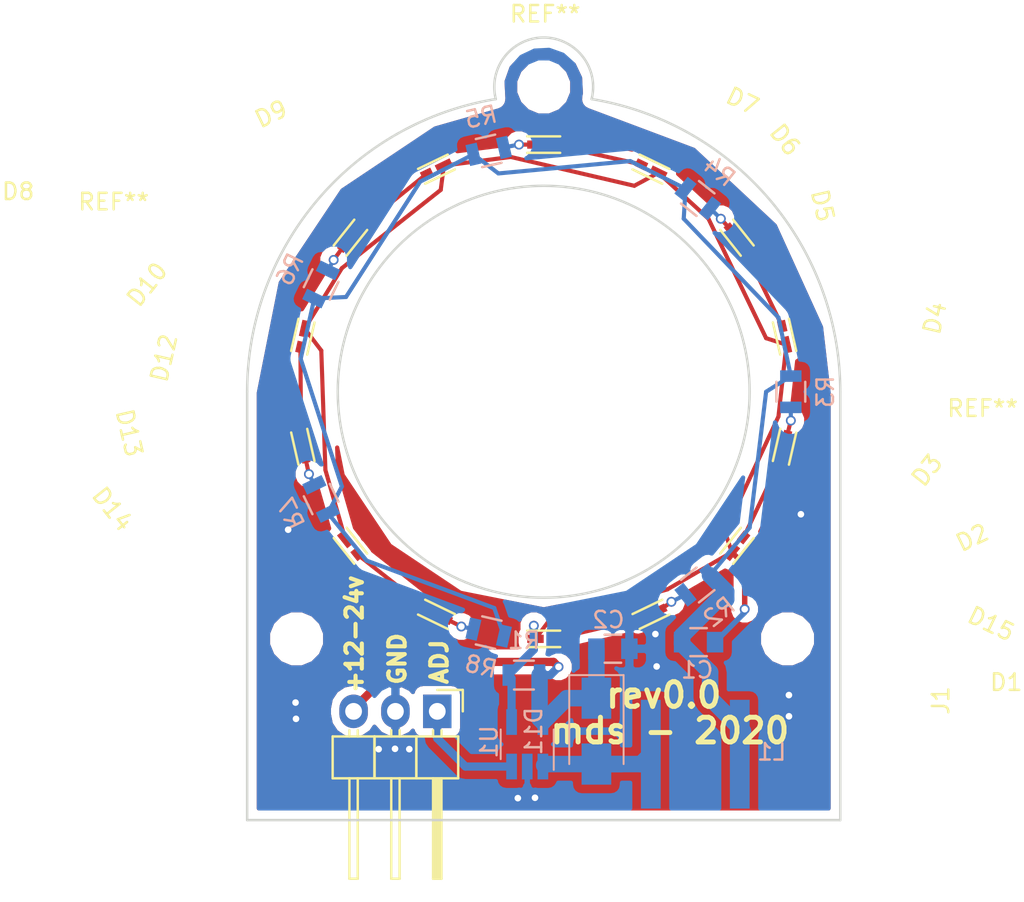
<source format=kicad_pcb>
(kicad_pcb (version 4) (host pcbnew 4.0.6)

  (general
    (links 40)
    (no_connects 1)
    (area 75.442857 77.325 124.557143 131.000001)
    (thickness 1.6)
    (drawings 12)
    (tracks 126)
    (zones 0)
    (modules 31)
    (nets 21)
  )

  (page A4)
  (layers
    (0 F.Cu signal)
    (31 B.Cu signal)
    (32 B.Adhes user hide)
    (33 F.Adhes user hide)
    (34 B.Paste user hide)
    (35 F.Paste user hide)
    (36 B.SilkS user)
    (37 F.SilkS user)
    (38 B.Mask user hide)
    (39 F.Mask user hide)
    (40 Dwgs.User user hide)
    (41 Cmts.User user hide)
    (42 Eco1.User user hide)
    (43 Eco2.User user hide)
    (44 Edge.Cuts user)
    (45 Margin user hide)
    (46 B.CrtYd user hide)
    (47 F.CrtYd user hide)
    (48 B.Fab user hide)
    (49 F.Fab user hide)
  )

  (setup
    (last_trace_width 0.33)
    (user_trace_width 0.33)
    (user_trace_width 0.5)
    (user_trace_width 1)
    (trace_clearance 0.2)
    (zone_clearance 0.508)
    (zone_45_only no)
    (trace_min 0.2)
    (segment_width 0.2)
    (edge_width 0.15)
    (via_size 0.6)
    (via_drill 0.4)
    (via_min_size 0.4)
    (via_min_drill 0.3)
    (uvia_size 0.3)
    (uvia_drill 0.1)
    (uvias_allowed no)
    (uvia_min_size 0.2)
    (uvia_min_drill 0.1)
    (pcb_text_width 0.3)
    (pcb_text_size 1.5 1.5)
    (mod_edge_width 0.15)
    (mod_text_size 1 1)
    (mod_text_width 0.15)
    (pad_size 2.2 2.2)
    (pad_drill 2.2)
    (pad_to_mask_clearance 0.2)
    (aux_axis_origin 0 0)
    (visible_elements FFFFFF7F)
    (pcbplotparams
      (layerselection 0x00030_80000001)
      (usegerberextensions false)
      (excludeedgelayer true)
      (linewidth 0.100000)
      (plotframeref false)
      (viasonmask false)
      (mode 1)
      (useauxorigin false)
      (hpglpennumber 1)
      (hpglpenspeed 20)
      (hpglpendiameter 15)
      (hpglpenoverlay 2)
      (psnegative false)
      (psa4output false)
      (plotreference true)
      (plotvalue true)
      (plotinvisibletext false)
      (padsonsilk false)
      (subtractmaskfromsilk false)
      (outputformat 1)
      (mirror false)
      (drillshape 1)
      (scaleselection 1)
      (outputdirectory ""))
  )

  (net 0 "")
  (net 1 "Net-(C1-Pad1)")
  (net 2 "Net-(C1-Pad2)")
  (net 3 "Net-(C2-Pad1)")
  (net 4 GND)
  (net 5 "Net-(D1-Pad1)")
  (net 6 "Net-(D2-Pad1)")
  (net 7 "Net-(D3-Pad1)")
  (net 8 "Net-(D4-Pad1)")
  (net 9 "Net-(D5-Pad1)")
  (net 10 "Net-(D6-Pad1)")
  (net 11 "Net-(D7-Pad1)")
  (net 12 "Net-(D8-Pad1)")
  (net 13 "Net-(D10-Pad2)")
  (net 14 "Net-(D10-Pad1)")
  (net 15 "Net-(D11-Pad2)")
  (net 16 "Net-(J1-Pad1)")
  (net 17 "Net-(D12-Pad1)")
  (net 18 "Net-(D13-Pad1)")
  (net 19 "Net-(D14-Pad1)")
  (net 20 "Net-(D15-Pad1)")

  (net_class Default "This is the default net class."
    (clearance 0.2)
    (trace_width 0.25)
    (via_dia 0.6)
    (via_drill 0.4)
    (uvia_dia 0.3)
    (uvia_drill 0.1)
    (add_net GND)
    (add_net "Net-(C1-Pad1)")
    (add_net "Net-(C1-Pad2)")
    (add_net "Net-(C2-Pad1)")
    (add_net "Net-(D1-Pad1)")
    (add_net "Net-(D10-Pad1)")
    (add_net "Net-(D10-Pad2)")
    (add_net "Net-(D11-Pad2)")
    (add_net "Net-(D12-Pad1)")
    (add_net "Net-(D13-Pad1)")
    (add_net "Net-(D14-Pad1)")
    (add_net "Net-(D15-Pad1)")
    (add_net "Net-(D2-Pad1)")
    (add_net "Net-(D3-Pad1)")
    (add_net "Net-(D4-Pad1)")
    (add_net "Net-(D5-Pad1)")
    (add_net "Net-(D6-Pad1)")
    (add_net "Net-(D7-Pad1)")
    (add_net "Net-(D8-Pad1)")
    (add_net "Net-(J1-Pad1)")
  )

  (module Mounting_Holes:MountingHole_2.2mm_M2 (layer F.Cu) (tedit 56D1B4CB) (tstamp 5F160350)
    (at 100 81.5)
    (descr "Mounting Hole 2.2mm, no annular, M2")
    (tags "mounting hole 2.2mm no annular m2")
    (fp_text reference REF** (at 0.09124 -4.42878) (layer F.SilkS)
      (effects (font (size 1 1) (thickness 0.15)))
    )
    (fp_text value MountingHole_2.2mm_M2 (at 0 3.2) (layer F.Fab)
      (effects (font (size 1 1) (thickness 0.15)))
    )
    (fp_circle (center 0 0) (end 2.2 0) (layer Cmts.User) (width 0.15))
    (fp_circle (center 0 0) (end 2.45 0) (layer F.CrtYd) (width 0.05))
    (pad 1 np_thru_hole circle (at 0 0) (size 2.2 2.2) (drill 2.2) (layers *.Cu *.Mask))
  )

  (module Mounting_Holes:MountingHole_2.2mm_M2 (layer F.Cu) (tedit 56D1B4CB) (tstamp 5F16034A)
    (at 85 115)
    (descr "Mounting Hole 2.2mm, no annular, M2")
    (tags "mounting hole 2.2mm no annular m2")
    (fp_text reference REF** (at -11.10124 -26.52672) (layer F.SilkS)
      (effects (font (size 1 1) (thickness 0.15)))
    )
    (fp_text value MountingHole_2.2mm_M2 (at 0 3.2) (layer F.Fab)
      (effects (font (size 1 1) (thickness 0.15)))
    )
    (fp_circle (center 0 0) (end 2.2 0) (layer Cmts.User) (width 0.15))
    (fp_circle (center 0 0) (end 2.45 0) (layer F.CrtYd) (width 0.05))
    (pad 1 np_thru_hole circle (at 0 0) (size 2.2 2.2) (drill 2.2) (layers *.Cu *.Mask))
  )

  (module Capacitors_SMD:C_0805 (layer B.Cu) (tedit 5415D6EA) (tstamp 5F0F9721)
    (at 109.4 115.2 180)
    (descr "Capacitor SMD 0805, reflow soldering, AVX (see smccp.pdf)")
    (tags "capacitor 0805")
    (path /5F0E98D5)
    (attr smd)
    (fp_text reference C1 (at 0.08602 -1.69334 180) (layer B.SilkS)
      (effects (font (size 1 1) (thickness 0.15)) (justify mirror))
    )
    (fp_text value 1.0uF (at 0 -2.1 180) (layer B.Fab)
      (effects (font (size 1 1) (thickness 0.15)) (justify mirror))
    )
    (fp_line (start -1 -0.625) (end -1 0.625) (layer B.Fab) (width 0.15))
    (fp_line (start 1 -0.625) (end -1 -0.625) (layer B.Fab) (width 0.15))
    (fp_line (start 1 0.625) (end 1 -0.625) (layer B.Fab) (width 0.15))
    (fp_line (start -1 0.625) (end 1 0.625) (layer B.Fab) (width 0.15))
    (fp_line (start -1.8 1) (end 1.8 1) (layer B.CrtYd) (width 0.05))
    (fp_line (start -1.8 -1) (end 1.8 -1) (layer B.CrtYd) (width 0.05))
    (fp_line (start -1.8 1) (end -1.8 -1) (layer B.CrtYd) (width 0.05))
    (fp_line (start 1.8 1) (end 1.8 -1) (layer B.CrtYd) (width 0.05))
    (fp_line (start 0.5 0.85) (end -0.5 0.85) (layer B.SilkS) (width 0.15))
    (fp_line (start -0.5 -0.85) (end 0.5 -0.85) (layer B.SilkS) (width 0.15))
    (pad 1 smd rect (at -1 0 180) (size 1 1.25) (layers B.Cu B.Paste B.Mask)
      (net 1 "Net-(C1-Pad1)"))
    (pad 2 smd rect (at 1 0 180) (size 1 1.25) (layers B.Cu B.Paste B.Mask)
      (net 2 "Net-(C1-Pad2)"))
    (model Capacitors_SMD.3dshapes/C_0805.wrl
      (at (xyz 0 0 0))
      (scale (xyz 1 1 1))
      (rotate (xyz 0 0 0))
    )
  )

  (module Capacitors_SMD:C_0805 (layer B.Cu) (tedit 5415D6EA) (tstamp 5F0F9727)
    (at 104.2 115.6)
    (descr "Capacitor SMD 0805, reflow soldering, AVX (see smccp.pdf)")
    (tags "capacitor 0805")
    (path /5F0F73BE)
    (attr smd)
    (fp_text reference C2 (at -0.27082 -1.75466) (layer B.SilkS)
      (effects (font (size 1 1) (thickness 0.15)) (justify mirror))
    )
    (fp_text value 2.2uF (at 0 -2.1) (layer B.Fab)
      (effects (font (size 1 1) (thickness 0.15)) (justify mirror))
    )
    (fp_line (start -1 -0.625) (end -1 0.625) (layer B.Fab) (width 0.15))
    (fp_line (start 1 -0.625) (end -1 -0.625) (layer B.Fab) (width 0.15))
    (fp_line (start 1 0.625) (end 1 -0.625) (layer B.Fab) (width 0.15))
    (fp_line (start -1 0.625) (end 1 0.625) (layer B.Fab) (width 0.15))
    (fp_line (start -1.8 1) (end 1.8 1) (layer B.CrtYd) (width 0.05))
    (fp_line (start -1.8 -1) (end 1.8 -1) (layer B.CrtYd) (width 0.05))
    (fp_line (start -1.8 1) (end -1.8 -1) (layer B.CrtYd) (width 0.05))
    (fp_line (start 1.8 1) (end 1.8 -1) (layer B.CrtYd) (width 0.05))
    (fp_line (start 0.5 0.85) (end -0.5 0.85) (layer B.SilkS) (width 0.15))
    (fp_line (start -0.5 -0.85) (end 0.5 -0.85) (layer B.SilkS) (width 0.15))
    (pad 1 smd rect (at -1 0) (size 1 1.25) (layers B.Cu B.Paste B.Mask)
      (net 3 "Net-(C2-Pad1)"))
    (pad 2 smd rect (at 1 0) (size 1 1.25) (layers B.Cu B.Paste B.Mask)
      (net 4 GND))
    (model Capacitors_SMD.3dshapes/C_0805.wrl
      (at (xyz 0 0 0))
      (scale (xyz 1 1 1))
      (rotate (xyz 0 0 0))
    )
  )

  (module LEDParts:OSRAMLED (layer F.Cu) (tedit 5F0F6F5A) (tstamp 5F0F972F)
    (at 100 115 180)
    (path /5F0E8AF2)
    (fp_text reference D1 (at -28.07442 -2.6401 180) (layer F.SilkS)
      (effects (font (size 1 1) (thickness 0.15)))
    )
    (fp_text value LED (at 0 -4 180) (layer F.Fab)
      (effects (font (size 1 1) (thickness 0.15)))
    )
    (fp_line (start -1 -0.5) (end 1 -0.5) (layer F.SilkS) (width 0.15))
    (fp_line (start -1 0.5) (end 1 0.5) (layer F.SilkS) (width 0.15))
    (pad 1 smd rect (at -0.65 0 180) (size 0.7 0.5) (layers F.Cu F.Paste F.Mask)
      (net 5 "Net-(D1-Pad1)"))
    (pad 2 smd rect (at 0.5 0 180) (size 1 0.5) (layers F.Cu F.Paste F.Mask)
      (net 1 "Net-(C1-Pad1)"))
  )

  (module LEDParts:OSRAMLED (layer F.Cu) (tedit 5F0F6F5A) (tstamp 5F0F9737)
    (at 106.51 113.51 205.7)
    (path /5F0E8BA8)
    (fp_text reference D2 (at -19.590747 -4.269963 205.7) (layer F.SilkS)
      (effects (font (size 1 1) (thickness 0.15)))
    )
    (fp_text value LED (at 0 -4 205.7) (layer F.Fab)
      (effects (font (size 1 1) (thickness 0.15)))
    )
    (fp_line (start -1 -0.5) (end 1 -0.5) (layer F.SilkS) (width 0.15))
    (fp_line (start -1 0.5) (end 1 0.5) (layer F.SilkS) (width 0.15))
    (pad 1 smd rect (at -0.65 0 205.7) (size 0.7 0.5) (layers F.Cu F.Paste F.Mask)
      (net 6 "Net-(D2-Pad1)"))
    (pad 2 smd rect (at 0.5 0 205.7) (size 1 0.5) (layers F.Cu F.Paste F.Mask)
      (net 5 "Net-(D1-Pad1)"))
  )

  (module LEDParts:OSRAMLED (layer F.Cu) (tedit 5F0F6F5A) (tstamp 5F0F973F)
    (at 111.73 109.35 231.4)
    (path /5F0E8CFF)
    (fp_text reference D3 (at -10.77781 -6.163913 231.4) (layer F.SilkS)
      (effects (font (size 1 1) (thickness 0.15)))
    )
    (fp_text value LED (at 0 -4 231.4) (layer F.Fab)
      (effects (font (size 1 1) (thickness 0.15)))
    )
    (fp_line (start -1 -0.5) (end 1 -0.5) (layer F.SilkS) (width 0.15))
    (fp_line (start -1 0.5) (end 1 0.5) (layer F.SilkS) (width 0.15))
    (pad 1 smd rect (at -0.65 0 231.4) (size 0.7 0.5) (layers F.Cu F.Paste F.Mask)
      (net 7 "Net-(D3-Pad1)"))
    (pad 2 smd rect (at 0.5 0 231.4) (size 1 0.5) (layers F.Cu F.Paste F.Mask)
      (net 1 "Net-(C1-Pad1)"))
  )

  (module LEDParts:OSRAMLED (layer F.Cu) (tedit 5F0F6F5A) (tstamp 5F0F9747)
    (at 114.62 103.34 257.1)
    (path /5F0E8D05)
    (fp_text reference D4 (at -9.65225 -7.146688 257.1) (layer F.SilkS)
      (effects (font (size 1 1) (thickness 0.15)))
    )
    (fp_text value LED (at 0 -4 257.1) (layer F.Fab)
      (effects (font (size 1 1) (thickness 0.15)))
    )
    (fp_line (start -1 -0.5) (end 1 -0.5) (layer F.SilkS) (width 0.15))
    (fp_line (start -1 0.5) (end 1 0.5) (layer F.SilkS) (width 0.15))
    (pad 1 smd rect (at -0.65 0 257.1) (size 0.7 0.5) (layers F.Cu F.Paste F.Mask)
      (net 8 "Net-(D4-Pad1)"))
    (pad 2 smd rect (at 0.5 0 257.1) (size 1 0.5) (layers F.Cu F.Paste F.Mask)
      (net 7 "Net-(D3-Pad1)"))
  )

  (module LEDParts:OSRAMLED (layer F.Cu) (tedit 5F0F6F5A) (tstamp 5F0F974F)
    (at 114.62 96.66 282.8)
    (path /5F0E8D4A)
    (fp_text reference D5 (at -7.244994 -4.008553 282.8) (layer F.SilkS)
      (effects (font (size 1 1) (thickness 0.15)))
    )
    (fp_text value LED (at 0 -4 282.8) (layer F.Fab)
      (effects (font (size 1 1) (thickness 0.15)))
    )
    (fp_line (start -1 -0.5) (end 1 -0.5) (layer F.SilkS) (width 0.15))
    (fp_line (start -1 0.5) (end 1 0.5) (layer F.SilkS) (width 0.15))
    (pad 1 smd rect (at -0.65 0 282.8) (size 0.7 0.5) (layers F.Cu F.Paste F.Mask)
      (net 9 "Net-(D5-Pad1)"))
    (pad 2 smd rect (at 0.5 0 282.8) (size 1 0.5) (layers F.Cu F.Paste F.Mask)
      (net 1 "Net-(C1-Pad1)"))
  )

  (module LEDParts:OSRAMLED (layer F.Cu) (tedit 5F0F6F5A) (tstamp 5F0F9757)
    (at 111.73 90.65 308.5)
    (path /5F0E8D50)
    (fp_text reference D6 (at -2.829421 -5.982401 308.5) (layer F.SilkS)
      (effects (font (size 1 1) (thickness 0.15)))
    )
    (fp_text value LED (at 0 -4 308.5) (layer F.Fab)
      (effects (font (size 1 1) (thickness 0.15)))
    )
    (fp_line (start -1 -0.5) (end 1 -0.5) (layer F.SilkS) (width 0.15))
    (fp_line (start -1 0.5) (end 1 0.5) (layer F.SilkS) (width 0.15))
    (pad 1 smd rect (at -0.65 0 308.5) (size 0.7 0.5) (layers F.Cu F.Paste F.Mask)
      (net 10 "Net-(D6-Pad1)"))
    (pad 2 smd rect (at 0.5 0 308.5) (size 1 0.5) (layers F.Cu F.Paste F.Mask)
      (net 9 "Net-(D5-Pad1)"))
  )

  (module LEDParts:OSRAMLED (layer F.Cu) (tedit 5F0F6F5A) (tstamp 5F0F975F)
    (at 106.51 86.49 334.2)
    (path /5F0E8D8C)
    (fp_text reference D7 (at 3.203369 -6.136388 334.2) (layer F.SilkS)
      (effects (font (size 1 1) (thickness 0.15)))
    )
    (fp_text value LED (at 0 -4 334.2) (layer F.Fab)
      (effects (font (size 1 1) (thickness 0.15)))
    )
    (fp_line (start -1 -0.5) (end 1 -0.5) (layer F.SilkS) (width 0.15))
    (fp_line (start -1 0.5) (end 1 0.5) (layer F.SilkS) (width 0.15))
    (pad 1 smd rect (at -0.65 0 334.2) (size 0.7 0.5) (layers F.Cu F.Paste F.Mask)
      (net 11 "Net-(D7-Pad1)"))
    (pad 2 smd rect (at 0.5 0 334.2) (size 1 0.5) (layers F.Cu F.Paste F.Mask)
      (net 1 "Net-(C1-Pad1)"))
  )

  (module LEDParts:OSRAMLED (layer F.Cu) (tedit 5F0F6F5A) (tstamp 5F0F9767)
    (at 100 85)
    (path /5F0E8D92)
    (fp_text reference D8 (at -31.90006 2.8459) (layer F.SilkS)
      (effects (font (size 1 1) (thickness 0.15)))
    )
    (fp_text value LED (at 0 -4) (layer F.Fab)
      (effects (font (size 1 1) (thickness 0.15)))
    )
    (fp_line (start -1 -0.5) (end 1 -0.5) (layer F.SilkS) (width 0.15))
    (fp_line (start -1 0.5) (end 1 0.5) (layer F.SilkS) (width 0.15))
    (pad 1 smd rect (at -0.65 0) (size 0.7 0.5) (layers F.Cu F.Paste F.Mask)
      (net 12 "Net-(D8-Pad1)"))
    (pad 2 smd rect (at 0.5 0) (size 1 0.5) (layers F.Cu F.Paste F.Mask)
      (net 11 "Net-(D7-Pad1)"))
  )

  (module LEDParts:OSRAMLED (layer F.Cu) (tedit 5F0F6F5A) (tstamp 5F0F976F)
    (at 93.49 86.49 25.7)
    (path /5F0E8E16)
    (fp_text reference D9 (at -7.587548 -7.364575 25.7) (layer F.SilkS)
      (effects (font (size 1 1) (thickness 0.15)))
    )
    (fp_text value LED (at 0 -4 25.7) (layer F.Fab)
      (effects (font (size 1 1) (thickness 0.15)))
    )
    (fp_line (start -1 -0.5) (end 1 -0.5) (layer F.SilkS) (width 0.15))
    (fp_line (start -1 0.5) (end 1 0.5) (layer F.SilkS) (width 0.15))
    (pad 1 smd rect (at -0.65 0 25.7) (size 0.7 0.5) (layers F.Cu F.Paste F.Mask)
      (net 13 "Net-(D10-Pad2)"))
    (pad 2 smd rect (at 0.5 0 25.7) (size 1 0.5) (layers F.Cu F.Paste F.Mask)
      (net 1 "Net-(C1-Pad1)"))
  )

  (module LEDParts:OSRAMLED (layer F.Cu) (tedit 5F0F6F5A) (tstamp 5F0F9777)
    (at 88.27 90.65 51.4)
    (path /5F0E8E1C)
    (fp_text reference D10 (at -9.912392 -7.869302 51.4) (layer F.SilkS)
      (effects (font (size 1 1) (thickness 0.15)))
    )
    (fp_text value LED (at 0 -4 51.4) (layer F.Fab)
      (effects (font (size 1 1) (thickness 0.15)))
    )
    (fp_line (start -1 -0.5) (end 1 -0.5) (layer F.SilkS) (width 0.15))
    (fp_line (start -1 0.5) (end 1 0.5) (layer F.SilkS) (width 0.15))
    (pad 1 smd rect (at -0.65 0 51.4) (size 0.7 0.5) (layers F.Cu F.Paste F.Mask)
      (net 14 "Net-(D10-Pad1)"))
    (pad 2 smd rect (at 0.5 0 51.4) (size 1 0.5) (layers F.Cu F.Paste F.Mask)
      (net 13 "Net-(D10-Pad2)"))
  )

  (module Pin_Headers:Pin_Header_Angled_1x03 (layer F.Cu) (tedit 0) (tstamp 5F0F9784)
    (at 93.54 119.4 270)
    (descr "Through hole pin header")
    (tags "pin header")
    (path /5F0EAEEF)
    (fp_text reference J1 (at -0.66008 -30.56186 270) (layer F.SilkS)
      (effects (font (size 1 1) (thickness 0.15)))
    )
    (fp_text value CONN_01X03 (at 0 -3.1 270) (layer F.Fab)
      (effects (font (size 1 1) (thickness 0.15)))
    )
    (fp_line (start -1.5 -1.75) (end -1.5 6.85) (layer F.CrtYd) (width 0.05))
    (fp_line (start 10.65 -1.75) (end 10.65 6.85) (layer F.CrtYd) (width 0.05))
    (fp_line (start -1.5 -1.75) (end 10.65 -1.75) (layer F.CrtYd) (width 0.05))
    (fp_line (start -1.5 6.85) (end 10.65 6.85) (layer F.CrtYd) (width 0.05))
    (fp_line (start -1.3 -1.55) (end -1.3 0) (layer F.SilkS) (width 0.15))
    (fp_line (start 0 -1.55) (end -1.3 -1.55) (layer F.SilkS) (width 0.15))
    (fp_line (start 4.191 -0.127) (end 10.033 -0.127) (layer F.SilkS) (width 0.15))
    (fp_line (start 10.033 -0.127) (end 10.033 0.127) (layer F.SilkS) (width 0.15))
    (fp_line (start 10.033 0.127) (end 4.191 0.127) (layer F.SilkS) (width 0.15))
    (fp_line (start 4.191 0.127) (end 4.191 0) (layer F.SilkS) (width 0.15))
    (fp_line (start 4.191 0) (end 10.033 0) (layer F.SilkS) (width 0.15))
    (fp_line (start 1.524 -0.254) (end 1.143 -0.254) (layer F.SilkS) (width 0.15))
    (fp_line (start 1.524 0.254) (end 1.143 0.254) (layer F.SilkS) (width 0.15))
    (fp_line (start 1.524 2.286) (end 1.143 2.286) (layer F.SilkS) (width 0.15))
    (fp_line (start 1.524 2.794) (end 1.143 2.794) (layer F.SilkS) (width 0.15))
    (fp_line (start 1.524 4.826) (end 1.143 4.826) (layer F.SilkS) (width 0.15))
    (fp_line (start 1.524 5.334) (end 1.143 5.334) (layer F.SilkS) (width 0.15))
    (fp_line (start 4.064 1.27) (end 4.064 -1.27) (layer F.SilkS) (width 0.15))
    (fp_line (start 10.16 0.254) (end 4.064 0.254) (layer F.SilkS) (width 0.15))
    (fp_line (start 10.16 -0.254) (end 10.16 0.254) (layer F.SilkS) (width 0.15))
    (fp_line (start 4.064 -0.254) (end 10.16 -0.254) (layer F.SilkS) (width 0.15))
    (fp_line (start 1.524 1.27) (end 4.064 1.27) (layer F.SilkS) (width 0.15))
    (fp_line (start 1.524 -1.27) (end 1.524 1.27) (layer F.SilkS) (width 0.15))
    (fp_line (start 1.524 -1.27) (end 4.064 -1.27) (layer F.SilkS) (width 0.15))
    (fp_line (start 1.524 3.81) (end 4.064 3.81) (layer F.SilkS) (width 0.15))
    (fp_line (start 1.524 3.81) (end 1.524 6.35) (layer F.SilkS) (width 0.15))
    (fp_line (start 4.064 4.826) (end 10.16 4.826) (layer F.SilkS) (width 0.15))
    (fp_line (start 10.16 4.826) (end 10.16 5.334) (layer F.SilkS) (width 0.15))
    (fp_line (start 10.16 5.334) (end 4.064 5.334) (layer F.SilkS) (width 0.15))
    (fp_line (start 4.064 6.35) (end 4.064 3.81) (layer F.SilkS) (width 0.15))
    (fp_line (start 4.064 3.81) (end 4.064 1.27) (layer F.SilkS) (width 0.15))
    (fp_line (start 10.16 2.794) (end 4.064 2.794) (layer F.SilkS) (width 0.15))
    (fp_line (start 10.16 2.286) (end 10.16 2.794) (layer F.SilkS) (width 0.15))
    (fp_line (start 4.064 2.286) (end 10.16 2.286) (layer F.SilkS) (width 0.15))
    (fp_line (start 1.524 3.81) (end 4.064 3.81) (layer F.SilkS) (width 0.15))
    (fp_line (start 1.524 1.27) (end 1.524 3.81) (layer F.SilkS) (width 0.15))
    (fp_line (start 1.524 1.27) (end 4.064 1.27) (layer F.SilkS) (width 0.15))
    (fp_line (start 1.524 6.35) (end 4.064 6.35) (layer F.SilkS) (width 0.15))
    (pad 1 thru_hole rect (at 0 0 270) (size 2.032 1.7272) (drill 1.016) (layers *.Cu *.Mask)
      (net 16 "Net-(J1-Pad1)"))
    (pad 2 thru_hole oval (at 0 2.54 270) (size 2.032 1.7272) (drill 1.016) (layers *.Cu *.Mask)
      (net 4 GND))
    (pad 3 thru_hole oval (at 0 5.08 270) (size 2.032 1.7272) (drill 1.016) (layers *.Cu *.Mask)
      (net 3 "Net-(C2-Pad1)"))
    (model Pin_Headers.3dshapes/Pin_Header_Angled_1x03.wrl
      (at (xyz 0 -0.1 0))
      (scale (xyz 1 1 1))
      (rotate (xyz 0 0 90))
    )
  )

  (module LEDParts:Inductor (layer B.Cu) (tedit 5F0F719F) (tstamp 5F0F978A)
    (at 109.2 122 180)
    (path /5F0E995D)
    (fp_text reference L1 (at -4.63518 0.1308 180) (layer B.SilkS)
      (effects (font (size 1 1) (thickness 0.15)) (justify mirror))
    )
    (fp_text value 33uH (at 0 3 180) (layer B.Fab)
      (effects (font (size 1 1) (thickness 0.15)) (justify mirror))
    )
    (pad 1 smd rect (at -2.7 0 180) (size 1.2 6.6) (layers B.Cu B.Paste B.Mask)
      (net 2 "Net-(C1-Pad2)"))
    (pad 2 smd rect (at 2.7 0 180) (size 1.2 6.6) (layers B.Cu B.Paste B.Mask)
      (net 15 "Net-(D11-Pad2)"))
  )

  (module Resistors_SMD:R_0805 (layer B.Cu) (tedit 58307B54) (tstamp 5F0F9790)
    (at 98.8 117.2 180)
    (descr "Resistor SMD 0805, reflow soldering, Vishay (see dcrcw.pdf)")
    (tags "resistor 0805")
    (path /5F0EA3C1)
    (attr smd)
    (fp_text reference R1 (at 0 2.1 180) (layer B.SilkS)
      (effects (font (size 1 1) (thickness 0.15)) (justify mirror))
    )
    (fp_text value 1R33 (at 0 -2.1 180) (layer B.Fab)
      (effects (font (size 1 1) (thickness 0.15)) (justify mirror))
    )
    (fp_line (start -1 -0.625) (end -1 0.625) (layer B.Fab) (width 0.1))
    (fp_line (start 1 -0.625) (end -1 -0.625) (layer B.Fab) (width 0.1))
    (fp_line (start 1 0.625) (end 1 -0.625) (layer B.Fab) (width 0.1))
    (fp_line (start -1 0.625) (end 1 0.625) (layer B.Fab) (width 0.1))
    (fp_line (start -1.6 1) (end 1.6 1) (layer B.CrtYd) (width 0.05))
    (fp_line (start -1.6 -1) (end 1.6 -1) (layer B.CrtYd) (width 0.05))
    (fp_line (start -1.6 1) (end -1.6 -1) (layer B.CrtYd) (width 0.05))
    (fp_line (start 1.6 1) (end 1.6 -1) (layer B.CrtYd) (width 0.05))
    (fp_line (start 0.6 -0.875) (end -0.6 -0.875) (layer B.SilkS) (width 0.15))
    (fp_line (start -0.6 0.875) (end 0.6 0.875) (layer B.SilkS) (width 0.15))
    (pad 1 smd rect (at -0.95 0 180) (size 0.7 1.3) (layers B.Cu B.Paste B.Mask)
      (net 3 "Net-(C2-Pad1)"))
    (pad 2 smd rect (at 0.95 0 180) (size 0.7 1.3) (layers B.Cu B.Paste B.Mask)
      (net 1 "Net-(C1-Pad1)"))
    (model Resistors_SMD.3dshapes/R_0805.wrl
      (at (xyz 0 0 0))
      (scale (xyz 1 1 1))
      (rotate (xyz 0 0 0))
    )
  )

  (module Resistors_SMD:R_0805 (layer B.Cu) (tedit 58307B54) (tstamp 5F0F9796)
    (at 109.35 111.73 38.5)
    (descr "Resistor SMD 0805, reflow soldering, Vishay (see dcrcw.pdf)")
    (tags "resistor 0805")
    (path /5F0E8C0D)
    (attr smd)
    (fp_text reference R2 (at 0 2.1 38.5) (layer B.SilkS)
      (effects (font (size 1 1) (thickness 0.15)) (justify mirror))
    )
    (fp_text value R250 (at 0 -2.1 38.5) (layer B.Fab)
      (effects (font (size 1 1) (thickness 0.15)) (justify mirror))
    )
    (fp_line (start -1 -0.625) (end -1 0.625) (layer B.Fab) (width 0.1))
    (fp_line (start 1 -0.625) (end -1 -0.625) (layer B.Fab) (width 0.1))
    (fp_line (start 1 0.625) (end 1 -0.625) (layer B.Fab) (width 0.1))
    (fp_line (start -1 0.625) (end 1 0.625) (layer B.Fab) (width 0.1))
    (fp_line (start -1.6 1) (end 1.6 1) (layer B.CrtYd) (width 0.05))
    (fp_line (start -1.6 -1) (end 1.6 -1) (layer B.CrtYd) (width 0.05))
    (fp_line (start -1.6 1) (end -1.6 -1) (layer B.CrtYd) (width 0.05))
    (fp_line (start 1.6 1) (end 1.6 -1) (layer B.CrtYd) (width 0.05))
    (fp_line (start 0.6 -0.875) (end -0.6 -0.875) (layer B.SilkS) (width 0.15))
    (fp_line (start -0.6 0.875) (end 0.6 0.875) (layer B.SilkS) (width 0.15))
    (pad 1 smd rect (at -0.95 0 38.5) (size 0.7 1.3) (layers B.Cu B.Paste B.Mask)
      (net 6 "Net-(D2-Pad1)"))
    (pad 2 smd rect (at 0.95 0 38.5) (size 0.7 1.3) (layers B.Cu B.Paste B.Mask)
      (net 2 "Net-(C1-Pad2)"))
    (model Resistors_SMD.3dshapes/R_0805.wrl
      (at (xyz 0 0 0))
      (scale (xyz 1 1 1))
      (rotate (xyz 0 0 0))
    )
  )

  (module Resistors_SMD:R_0805 (layer B.Cu) (tedit 58307B54) (tstamp 5F0F979C)
    (at 115 100 90)
    (descr "Resistor SMD 0805, reflow soldering, Vishay (see dcrcw.pdf)")
    (tags "resistor 0805")
    (path /5F0E8D0B)
    (attr smd)
    (fp_text reference R3 (at 0 2.1 90) (layer B.SilkS)
      (effects (font (size 1 1) (thickness 0.15)) (justify mirror))
    )
    (fp_text value R250 (at 0 -2.1 90) (layer B.Fab)
      (effects (font (size 1 1) (thickness 0.15)) (justify mirror))
    )
    (fp_line (start -1 -0.625) (end -1 0.625) (layer B.Fab) (width 0.1))
    (fp_line (start 1 -0.625) (end -1 -0.625) (layer B.Fab) (width 0.1))
    (fp_line (start 1 0.625) (end 1 -0.625) (layer B.Fab) (width 0.1))
    (fp_line (start -1 0.625) (end 1 0.625) (layer B.Fab) (width 0.1))
    (fp_line (start -1.6 1) (end 1.6 1) (layer B.CrtYd) (width 0.05))
    (fp_line (start -1.6 -1) (end 1.6 -1) (layer B.CrtYd) (width 0.05))
    (fp_line (start -1.6 1) (end -1.6 -1) (layer B.CrtYd) (width 0.05))
    (fp_line (start 1.6 1) (end 1.6 -1) (layer B.CrtYd) (width 0.05))
    (fp_line (start 0.6 -0.875) (end -0.6 -0.875) (layer B.SilkS) (width 0.15))
    (fp_line (start -0.6 0.875) (end 0.6 0.875) (layer B.SilkS) (width 0.15))
    (pad 1 smd rect (at -0.95 0 90) (size 0.7 1.3) (layers B.Cu B.Paste B.Mask)
      (net 8 "Net-(D4-Pad1)"))
    (pad 2 smd rect (at 0.95 0 90) (size 0.7 1.3) (layers B.Cu B.Paste B.Mask)
      (net 2 "Net-(C1-Pad2)"))
    (model Resistors_SMD.3dshapes/R_0805.wrl
      (at (xyz 0 0 0))
      (scale (xyz 1 1 1))
      (rotate (xyz 0 0 0))
    )
  )

  (module Resistors_SMD:R_0805 (layer B.Cu) (tedit 58307B54) (tstamp 5F0F97A2)
    (at 109.35 88.27 141.4)
    (descr "Resistor SMD 0805, reflow soldering, Vishay (see dcrcw.pdf)")
    (tags "resistor 0805")
    (path /5F0E8D56)
    (attr smd)
    (fp_text reference R4 (at 0 2.1 141.4) (layer B.SilkS)
      (effects (font (size 1 1) (thickness 0.15)) (justify mirror))
    )
    (fp_text value R250 (at 0 -2.1 321.4) (layer B.Fab)
      (effects (font (size 1 1) (thickness 0.15)) (justify mirror))
    )
    (fp_line (start -1 -0.625) (end -1 0.625) (layer B.Fab) (width 0.1))
    (fp_line (start 1 -0.625) (end -1 -0.625) (layer B.Fab) (width 0.1))
    (fp_line (start 1 0.625) (end 1 -0.625) (layer B.Fab) (width 0.1))
    (fp_line (start -1 0.625) (end 1 0.625) (layer B.Fab) (width 0.1))
    (fp_line (start -1.6 1) (end 1.6 1) (layer B.CrtYd) (width 0.05))
    (fp_line (start -1.6 -1) (end 1.6 -1) (layer B.CrtYd) (width 0.05))
    (fp_line (start -1.6 1) (end -1.6 -1) (layer B.CrtYd) (width 0.05))
    (fp_line (start 1.6 1) (end 1.6 -1) (layer B.CrtYd) (width 0.05))
    (fp_line (start 0.6 -0.875) (end -0.6 -0.875) (layer B.SilkS) (width 0.15))
    (fp_line (start -0.6 0.875) (end 0.6 0.875) (layer B.SilkS) (width 0.15))
    (pad 1 smd rect (at -0.95 0 141.4) (size 0.7 1.3) (layers B.Cu B.Paste B.Mask)
      (net 10 "Net-(D6-Pad1)"))
    (pad 2 smd rect (at 0.95 0 141.4) (size 0.7 1.3) (layers B.Cu B.Paste B.Mask)
      (net 2 "Net-(C1-Pad2)"))
    (model Resistors_SMD.3dshapes/R_0805.wrl
      (at (xyz 0 0 0))
      (scale (xyz 1 1 1))
      (rotate (xyz 0 0 0))
    )
  )

  (module Resistors_SMD:R_0805 (layer B.Cu) (tedit 58307B54) (tstamp 5F0F97A8)
    (at 96.66 85.38 192.8)
    (descr "Resistor SMD 0805, reflow soldering, Vishay (see dcrcw.pdf)")
    (tags "resistor 0805")
    (path /5F0E8D98)
    (attr smd)
    (fp_text reference R5 (at 0 2.1 192.8) (layer B.SilkS)
      (effects (font (size 1 1) (thickness 0.15)) (justify mirror))
    )
    (fp_text value R250 (at 0 -2.1 192.8) (layer B.Fab)
      (effects (font (size 1 1) (thickness 0.15)) (justify mirror))
    )
    (fp_line (start -1 -0.625) (end -1 0.625) (layer B.Fab) (width 0.1))
    (fp_line (start 1 -0.625) (end -1 -0.625) (layer B.Fab) (width 0.1))
    (fp_line (start 1 0.625) (end 1 -0.625) (layer B.Fab) (width 0.1))
    (fp_line (start -1 0.625) (end 1 0.625) (layer B.Fab) (width 0.1))
    (fp_line (start -1.6 1) (end 1.6 1) (layer B.CrtYd) (width 0.05))
    (fp_line (start -1.6 -1) (end 1.6 -1) (layer B.CrtYd) (width 0.05))
    (fp_line (start -1.6 1) (end -1.6 -1) (layer B.CrtYd) (width 0.05))
    (fp_line (start 1.6 1) (end 1.6 -1) (layer B.CrtYd) (width 0.05))
    (fp_line (start 0.6 -0.875) (end -0.6 -0.875) (layer B.SilkS) (width 0.15))
    (fp_line (start -0.6 0.875) (end 0.6 0.875) (layer B.SilkS) (width 0.15))
    (pad 1 smd rect (at -0.95 0 192.8) (size 0.7 1.3) (layers B.Cu B.Paste B.Mask)
      (net 12 "Net-(D8-Pad1)"))
    (pad 2 smd rect (at 0.95 0 192.8) (size 0.7 1.3) (layers B.Cu B.Paste B.Mask)
      (net 2 "Net-(C1-Pad2)"))
    (model Resistors_SMD.3dshapes/R_0805.wrl
      (at (xyz 0 0 0))
      (scale (xyz 1 1 1))
      (rotate (xyz 0 0 0))
    )
  )

  (module Resistors_SMD:R_0805 (layer B.Cu) (tedit 58307B54) (tstamp 5F0F97AE)
    (at 86.49 93.49 244.2)
    (descr "Resistor SMD 0805, reflow soldering, Vishay (see dcrcw.pdf)")
    (tags "resistor 0805")
    (path /5F0E8E22)
    (attr smd)
    (fp_text reference R6 (at 0 2.1 244.2) (layer B.SilkS)
      (effects (font (size 1 1) (thickness 0.15)) (justify mirror))
    )
    (fp_text value R250 (at 0 -2.1 244.2) (layer B.Fab)
      (effects (font (size 1 1) (thickness 0.15)) (justify mirror))
    )
    (fp_line (start -1 -0.625) (end -1 0.625) (layer B.Fab) (width 0.1))
    (fp_line (start 1 -0.625) (end -1 -0.625) (layer B.Fab) (width 0.1))
    (fp_line (start 1 0.625) (end 1 -0.625) (layer B.Fab) (width 0.1))
    (fp_line (start -1 0.625) (end 1 0.625) (layer B.Fab) (width 0.1))
    (fp_line (start -1.6 1) (end 1.6 1) (layer B.CrtYd) (width 0.05))
    (fp_line (start -1.6 -1) (end 1.6 -1) (layer B.CrtYd) (width 0.05))
    (fp_line (start -1.6 1) (end -1.6 -1) (layer B.CrtYd) (width 0.05))
    (fp_line (start 1.6 1) (end 1.6 -1) (layer B.CrtYd) (width 0.05))
    (fp_line (start 0.6 -0.875) (end -0.6 -0.875) (layer B.SilkS) (width 0.15))
    (fp_line (start -0.6 0.875) (end 0.6 0.875) (layer B.SilkS) (width 0.15))
    (pad 1 smd rect (at -0.95 0 244.2) (size 0.7 1.3) (layers B.Cu B.Paste B.Mask)
      (net 14 "Net-(D10-Pad1)"))
    (pad 2 smd rect (at 0.95 0 244.2) (size 0.7 1.3) (layers B.Cu B.Paste B.Mask)
      (net 2 "Net-(C1-Pad2)"))
    (model Resistors_SMD.3dshapes/R_0805.wrl
      (at (xyz 0 0 0))
      (scale (xyz 1 1 1))
      (rotate (xyz 0 0 0))
    )
  )

  (module TO_SOT_Packages_SMD:SOT-23-5_HandSoldering (layer B.Cu) (tedit 583F3A3F) (tstamp 5F0F97B7)
    (at 99 121.4 90)
    (descr "5-pin SOT23 package")
    (tags "SOT-23-5 hand-soldering")
    (path /5F0E95C8)
    (attr smd)
    (fp_text reference U1 (at 0.15056 -2.31744 90) (layer B.SilkS)
      (effects (font (size 1 1) (thickness 0.15)) (justify mirror))
    )
    (fp_text value AL8805 (at 0 -2.9 90) (layer B.Fab)
      (effects (font (size 1 1) (thickness 0.15)) (justify mirror))
    )
    (fp_line (start -0.9 -1.61) (end 0.9 -1.61) (layer B.SilkS) (width 0.12))
    (fp_line (start 0.9 1.61) (end -1.55 1.61) (layer B.SilkS) (width 0.12))
    (fp_line (start -0.9 0.9) (end -0.25 1.55) (layer B.Fab) (width 0.1))
    (fp_line (start 0.9 1.55) (end -0.25 1.55) (layer B.Fab) (width 0.1))
    (fp_line (start -0.9 0.9) (end -0.9 -1.55) (layer B.Fab) (width 0.1))
    (fp_line (start 0.9 -1.55) (end -0.9 -1.55) (layer B.Fab) (width 0.1))
    (fp_line (start 0.9 1.55) (end 0.9 -1.55) (layer B.Fab) (width 0.1))
    (fp_line (start -2.38 1.8) (end 2.38 1.8) (layer B.CrtYd) (width 0.05))
    (fp_line (start -2.38 1.8) (end -2.38 -1.8) (layer B.CrtYd) (width 0.05))
    (fp_line (start 2.38 -1.8) (end 2.38 1.8) (layer B.CrtYd) (width 0.05))
    (fp_line (start 2.38 -1.8) (end -2.38 -1.8) (layer B.CrtYd) (width 0.05))
    (pad 1 smd rect (at -1.35 0.95 90) (size 1.56 0.65) (layers B.Cu B.Paste B.Mask)
      (net 15 "Net-(D11-Pad2)"))
    (pad 2 smd rect (at -1.35 0 90) (size 1.56 0.65) (layers B.Cu B.Paste B.Mask)
      (net 4 GND))
    (pad 3 smd rect (at -1.35 -0.95 90) (size 1.56 0.65) (layers B.Cu B.Paste B.Mask)
      (net 16 "Net-(J1-Pad1)"))
    (pad 4 smd rect (at 1.35 -0.95 90) (size 1.56 0.65) (layers B.Cu B.Paste B.Mask)
      (net 1 "Net-(C1-Pad1)"))
    (pad 5 smd rect (at 1.35 0.95 90) (size 1.56 0.65) (layers B.Cu B.Paste B.Mask)
      (net 3 "Net-(C2-Pad1)"))
    (model TO_SOT_Packages_SMD.3dshapes\SOT-23-5.wrl
      (at (xyz 0 0 0))
      (scale (xyz 1 1 1))
      (rotate (xyz 0 0 0))
    )
  )

  (module LEDParts:OSRAMLED (layer F.Cu) (tedit 5F0F6F5A) (tstamp 5F0FA64E)
    (at 85.38 96.66 77.1)
    (path /5F0FA5D0)
    (fp_text reference D12 (at -3.143434 -7.923836 77.1) (layer F.SilkS)
      (effects (font (size 1 1) (thickness 0.15)))
    )
    (fp_text value LED (at 0 -4 77.1) (layer F.Fab)
      (effects (font (size 1 1) (thickness 0.15)))
    )
    (fp_line (start -1 -0.5) (end 1 -0.5) (layer F.SilkS) (width 0.15))
    (fp_line (start -1 0.5) (end 1 0.5) (layer F.SilkS) (width 0.15))
    (pad 1 smd rect (at -0.65 0 77.1) (size 0.7 0.5) (layers F.Cu F.Paste F.Mask)
      (net 17 "Net-(D12-Pad1)"))
    (pad 2 smd rect (at 0.5 0 77.1) (size 1 0.5) (layers F.Cu F.Paste F.Mask)
      (net 1 "Net-(C1-Pad1)"))
  )

  (module LEDParts:OSRAMLED (layer F.Cu) (tedit 5F0F6F5A) (tstamp 5F0FA656)
    (at 85.38 103.34 102.8)
    (path /5F0FA5D6)
    (fp_text reference D13 (at 3.152908 -10.093754 102.8) (layer F.SilkS)
      (effects (font (size 1 1) (thickness 0.15)))
    )
    (fp_text value LED (at 0 -4 102.8) (layer F.Fab)
      (effects (font (size 1 1) (thickness 0.15)))
    )
    (fp_line (start -1 -0.5) (end 1 -0.5) (layer F.SilkS) (width 0.15))
    (fp_line (start -1 0.5) (end 1 0.5) (layer F.SilkS) (width 0.15))
    (pad 1 smd rect (at -0.65 0 102.8) (size 0.7 0.5) (layers F.Cu F.Paste F.Mask)
      (net 18 "Net-(D13-Pad1)"))
    (pad 2 smd rect (at 0.5 0 102.8) (size 1 0.5) (layers F.Cu F.Paste F.Mask)
      (net 17 "Net-(D12-Pad1)"))
  )

  (module LEDParts:OSRAMLED (layer F.Cu) (tedit 5F0F6F5A) (tstamp 5F0FA65E)
    (at 88.27 109.35 128.5)
    (path /5F0FA5E2)
    (fp_text reference D14 (at 10.737019 -9.923266 128.5) (layer F.SilkS)
      (effects (font (size 1 1) (thickness 0.15)))
    )
    (fp_text value LED (at 0.370501 -3.233581 128.5) (layer F.Fab)
      (effects (font (size 1 1) (thickness 0.15)))
    )
    (fp_line (start -1 -0.5) (end 1 -0.5) (layer F.SilkS) (width 0.15))
    (fp_line (start -1 0.5) (end 1 0.5) (layer F.SilkS) (width 0.15))
    (pad 1 smd rect (at -0.65 0 128.5) (size 0.7 0.5) (layers F.Cu F.Paste F.Mask)
      (net 19 "Net-(D14-Pad1)"))
    (pad 2 smd rect (at 0.5 0 128.5) (size 1 0.5) (layers F.Cu F.Paste F.Mask)
      (net 1 "Net-(C1-Pad1)"))
  )

  (module LEDParts:OSRAMLED (layer F.Cu) (tedit 5F0F6F5A) (tstamp 5F0FA666)
    (at 93.49 113.51 154.2)
    (path /5F0FA5E8)
    (fp_text reference D15 (at -30.565752 14.127114 154.2) (layer F.SilkS)
      (effects (font (size 1 1) (thickness 0.15)))
    )
    (fp_text value LED (at -0.894605 -3.708458 154.2) (layer F.Fab)
      (effects (font (size 1 1) (thickness 0.15)))
    )
    (fp_line (start -1 -0.5) (end 1 -0.5) (layer F.SilkS) (width 0.15))
    (fp_line (start -1 0.5) (end 1 0.5) (layer F.SilkS) (width 0.15))
    (pad 1 smd rect (at -0.65 0 154.2) (size 0.7 0.5) (layers F.Cu F.Paste F.Mask)
      (net 20 "Net-(D15-Pad1)"))
    (pad 2 smd rect (at 0.5 0 154.2) (size 1 0.5) (layers F.Cu F.Paste F.Mask)
      (net 19 "Net-(D14-Pad1)"))
  )

  (module Resistors_SMD:R_0805 (layer B.Cu) (tedit 58307B54) (tstamp 5F0FA66C)
    (at 86.49 106.51 295.7)
    (descr "Resistor SMD 0805, reflow soldering, Vishay (see dcrcw.pdf)")
    (tags "resistor 0805")
    (path /5F0FA5DC)
    (attr smd)
    (fp_text reference R7 (at 0 2.1 295.7) (layer B.SilkS)
      (effects (font (size 1 1) (thickness 0.15)) (justify mirror))
    )
    (fp_text value R250 (at 0 -2.1 295.7) (layer B.Fab)
      (effects (font (size 1 1) (thickness 0.15)) (justify mirror))
    )
    (fp_line (start -1 -0.625) (end -1 0.625) (layer B.Fab) (width 0.1))
    (fp_line (start 1 -0.625) (end -1 -0.625) (layer B.Fab) (width 0.1))
    (fp_line (start 1 0.625) (end 1 -0.625) (layer B.Fab) (width 0.1))
    (fp_line (start -1 0.625) (end 1 0.625) (layer B.Fab) (width 0.1))
    (fp_line (start -1.6 1) (end 1.6 1) (layer B.CrtYd) (width 0.05))
    (fp_line (start -1.6 -1) (end 1.6 -1) (layer B.CrtYd) (width 0.05))
    (fp_line (start -1.6 1) (end -1.6 -1) (layer B.CrtYd) (width 0.05))
    (fp_line (start 1.6 1) (end 1.6 -1) (layer B.CrtYd) (width 0.05))
    (fp_line (start 0.6 -0.875) (end -0.6 -0.875) (layer B.SilkS) (width 0.15))
    (fp_line (start -0.6 0.875) (end 0.6 0.875) (layer B.SilkS) (width 0.15))
    (pad 1 smd rect (at -0.95 0 295.7) (size 0.7 1.3) (layers B.Cu B.Paste B.Mask)
      (net 18 "Net-(D13-Pad1)"))
    (pad 2 smd rect (at 0.95 0 295.7) (size 0.7 1.3) (layers B.Cu B.Paste B.Mask)
      (net 2 "Net-(C1-Pad2)"))
    (model Resistors_SMD.3dshapes/R_0805.wrl
      (at (xyz 0 0 0))
      (scale (xyz 1 1 1))
      (rotate (xyz 0 0 0))
    )
  )

  (module Resistors_SMD:R_0805 (layer B.Cu) (tedit 58307B54) (tstamp 5F0FA672)
    (at 96.66 114.62 347.1)
    (descr "Resistor SMD 0805, reflow soldering, Vishay (see dcrcw.pdf)")
    (tags "resistor 0805")
    (path /5F0FA5EE)
    (attr smd)
    (fp_text reference R8 (at 0 2.1 347.1) (layer B.SilkS)
      (effects (font (size 1 1) (thickness 0.15)) (justify mirror))
    )
    (fp_text value R250 (at -6 -0.424999 347.1) (layer B.Fab)
      (effects (font (size 1 1) (thickness 0.15)) (justify mirror))
    )
    (fp_line (start -1 -0.625) (end -1 0.625) (layer B.Fab) (width 0.1))
    (fp_line (start 1 -0.625) (end -1 -0.625) (layer B.Fab) (width 0.1))
    (fp_line (start 1 0.625) (end 1 -0.625) (layer B.Fab) (width 0.1))
    (fp_line (start -1 0.625) (end 1 0.625) (layer B.Fab) (width 0.1))
    (fp_line (start -1.6 1) (end 1.6 1) (layer B.CrtYd) (width 0.05))
    (fp_line (start -1.6 -1) (end 1.6 -1) (layer B.CrtYd) (width 0.05))
    (fp_line (start -1.6 1) (end -1.6 -1) (layer B.CrtYd) (width 0.05))
    (fp_line (start 1.6 1) (end 1.6 -1) (layer B.CrtYd) (width 0.05))
    (fp_line (start 0.6 -0.875) (end -0.6 -0.875) (layer B.SilkS) (width 0.15))
    (fp_line (start -0.6 0.875) (end 0.6 0.875) (layer B.SilkS) (width 0.15))
    (pad 1 smd rect (at -0.95 0 347.1) (size 0.7 1.3) (layers B.Cu B.Paste B.Mask)
      (net 20 "Net-(D15-Pad1)"))
    (pad 2 smd rect (at 0.95 0 347.1) (size 0.7 1.3) (layers B.Cu B.Paste B.Mask)
      (net 2 "Net-(C1-Pad2)"))
    (model Resistors_SMD.3dshapes/R_0805.wrl
      (at (xyz 0 0 0))
      (scale (xyz 1 1 1))
      (rotate (xyz 0 0 0))
    )
  )

  (module Diodes_SMD:D_SMA_Standard (layer B.Cu) (tedit 586432E5) (tstamp 5F124040)
    (at 103.2 120.6 270)
    (descr "Diode SMA")
    (tags "Diode SMA")
    (path /5F0EA97D)
    (attr smd)
    (fp_text reference D11 (at 0 3.81 270) (layer B.SilkS)
      (effects (font (size 1 1) (thickness 0.15)) (justify mirror))
    )
    (fp_text value D_Shockley (at 0 -4.3 270) (layer B.Fab)
      (effects (font (size 1 1) (thickness 0.15)) (justify mirror))
    )
    (fp_line (start -3.4 1.65) (end -3.4 -1.65) (layer B.SilkS) (width 0.12))
    (fp_line (start 2.3 -1.5) (end -2.3 -1.5) (layer B.Fab) (width 0.1))
    (fp_line (start -2.3 -1.5) (end -2.3 1.5) (layer B.Fab) (width 0.1))
    (fp_line (start 2.3 1.5) (end 2.3 -1.5) (layer B.Fab) (width 0.1))
    (fp_line (start 2.3 1.5) (end -2.3 1.5) (layer B.Fab) (width 0.1))
    (fp_line (start -3.5 1.75) (end 3.5 1.75) (layer B.CrtYd) (width 0.05))
    (fp_line (start 3.5 1.75) (end 3.5 -1.75) (layer B.CrtYd) (width 0.05))
    (fp_line (start 3.5 -1.75) (end -3.5 -1.75) (layer B.CrtYd) (width 0.05))
    (fp_line (start -3.5 -1.75) (end -3.5 1.75) (layer B.CrtYd) (width 0.05))
    (fp_line (start -0.64944 -0.00102) (end -1.55114 -0.00102) (layer B.Fab) (width 0.1))
    (fp_line (start 0.50118 -0.00102) (end 1.4994 -0.00102) (layer B.Fab) (width 0.1))
    (fp_line (start -0.64944 0.79908) (end -0.64944 -0.80112) (layer B.Fab) (width 0.1))
    (fp_line (start 0.50118 -0.75032) (end 0.50118 0.79908) (layer B.Fab) (width 0.1))
    (fp_line (start -0.64944 -0.00102) (end 0.50118 -0.75032) (layer B.Fab) (width 0.1))
    (fp_line (start -0.64944 -0.00102) (end 0.50118 0.79908) (layer B.Fab) (width 0.1))
    (fp_line (start -3.4 -1.65) (end 2 -1.65) (layer B.SilkS) (width 0.12))
    (fp_line (start -3.4 1.65) (end 2 1.65) (layer B.SilkS) (width 0.12))
    (pad 1 smd rect (at -2 0 270) (size 2.5 1.8) (layers B.Cu B.Paste B.Mask)
      (net 3 "Net-(C2-Pad1)"))
    (pad 2 smd rect (at 2 0 270) (size 2.5 1.8) (layers B.Cu B.Paste B.Mask)
      (net 15 "Net-(D11-Pad2)"))
    (model Diodes_SMD.3dshapes/D_SMA_Standard.wrl
      (at (xyz 0 0 0))
      (scale (xyz 0.3937 0.3937 0.3937))
      (rotate (xyz 0 0 180))
    )
  )

  (module Mounting_Holes:MountingHole_2.2mm_M2 (layer F.Cu) (tedit 5F160723) (tstamp 5F160334)
    (at 115 115)
    (descr "Mounting Hole 2.2mm, no annular, M2")
    (tags "mounting hole 2.2mm no annular m2")
    (fp_text reference REF** (at 11.64186 -13.98928) (layer F.SilkS)
      (effects (font (size 1 1) (thickness 0.15)))
    )
    (fp_text value MountingHole_2.2mm_M2 (at 0 3.2) (layer F.Fab)
      (effects (font (size 1 1) (thickness 0.15)))
    )
    (fp_circle (center 0 0) (end 2.2 0) (layer Cmts.User) (width 0.15))
    (fp_circle (center 0 0) (end 2.45 0) (layer F.CrtYd) (width 0.05))
    (pad "" np_thru_hole circle (at -0.2 0) (size 2.2 2.2) (drill 2.2) (layers *.Cu *.Mask))
  )

  (gr_text "mds - 2020" (at 107.6579 120.57888) (layer F.SilkS)
    (effects (font (size 1.5 1.5) (thickness 0.3)))
  )
  (gr_text rev0.0 (at 107.2896 118.41988) (layer F.SilkS)
    (effects (font (size 1.5 1.5) (thickness 0.3)))
  )
  (gr_text ADJ (at 93.6625 116.3955 90) (layer F.SilkS)
    (effects (font (size 1 1) (thickness 0.25)))
  )
  (gr_text GND (at 91.11234 116.21262 90) (layer F.SilkS)
    (effects (font (size 1 1) (thickness 0.25)))
  )
  (gr_text +12-24v (at 88.51138 114.70894 90) (layer F.SilkS)
    (effects (font (size 1 1) (thickness 0.25)))
  )
  (gr_arc (start 100 100) (end 82 100) (angle 80.702) (layer Edge.Cuts) (width 0.15))
  (gr_arc (start 100 81.5) (end 102.908 82.2365) (angle -208.422) (layer Edge.Cuts) (width 0.15))
  (gr_line (start 82 126) (end 82 100) (layer Edge.Cuts) (width 0.15))
  (gr_line (start 118 126) (end 82 126) (layer Edge.Cuts) (width 0.15))
  (gr_line (start 118 100) (end 118 126) (layer Edge.Cuts) (width 0.15))
  (gr_arc (start 100 100) (end 118 100) (angle -80.702) (layer Edge.Cuts) (width 0.15))
  (gr_circle (center 100 100) (end 112.5 100) (layer Edge.Cuts) (width 0.15))

  (segment (start 112.2 113.2) (end 112.2 113.4) (width 0.33) (layer B.Cu) (net 1))
  (segment (start 112.2 113.4) (end 110.4 115.2) (width 0.33) (layer B.Cu) (net 1))
  (segment (start 99.4 114.2) (end 99.4 114.9) (width 0.5) (layer F.Cu) (net 1))
  (segment (start 99.4 114.9) (end 99.5 115) (width 0.5) (layer F.Cu) (net 1))
  (segment (start 97.85 117.2) (end 99.4 115.65) (width 0.5) (layer B.Cu) (net 1))
  (segment (start 99.4 115.65) (end 99.4 114.2) (width 0.5) (layer B.Cu) (net 1))
  (via (at 99.4 114.2) (size 0.6) (drill 0.4) (layers F.Cu B.Cu) (net 1))
  (segment (start 98.05 120.05) (end 98.05 117.4) (width 0.5) (layer B.Cu) (net 1))
  (segment (start 98.05 117.4) (end 97.85 117.2) (width 0.5) (layer B.Cu) (net 1))
  (segment (start 112.2 113.2) (end 112.2 110.5227) (width 0.33) (layer F.Cu) (net 1))
  (segment (start 112.2 110.5227) (end 111.41806 109.74076) (width 0.33) (layer F.Cu) (net 1))
  (segment (start 112.1 113.5) (end 112.1 113.3) (width 0.33) (layer B.Cu) (net 1))
  (segment (start 112.1 113.3) (end 112.2 113.2) (width 0.33) (layer B.Cu) (net 1))
  (via (at 112.2 113.2) (size 0.6) (drill 0.4) (layers F.Cu B.Cu) (net 1))
  (segment (start 86.75 104.75) (end 87.958743 108.958696) (width 0.25) (layer F.Cu) (net 1))
  (segment (start 86.5 97.5) (end 86.75 104.75) (width 0.25) (layer F.Cu) (net 1))
  (segment (start 85.491625 96.172619) (end 86.5 97.5) (width 0.25) (layer F.Cu) (net 1))
  (segment (start 87.75 92.5) (end 85.491625 96.172619) (width 0.25) (layer F.Cu) (net 1))
  (segment (start 93.75 87.75) (end 87.75 92.5) (width 0.25) (layer F.Cu) (net 1))
  (segment (start 93.940539 86.27317) (end 93.75 87.75) (width 0.25) (layer F.Cu) (net 1))
  (segment (start 98 85.75) (end 93.940539 86.27317) (width 0.25) (layer F.Cu) (net 1))
  (segment (start 105.5 87.5) (end 98 85.75) (width 0.25) (layer F.Cu) (net 1))
  (segment (start 106.960159 86.707616) (end 105.5 87.5) (width 0.25) (layer F.Cu) (net 1))
  (segment (start 110 89.5) (end 106.960159 86.707616) (width 0.25) (layer F.Cu) (net 1))
  (segment (start 113.5 96.75) (end 110 89.5) (width 0.25) (layer F.Cu) (net 1))
  (segment (start 114.730774 97.147575) (end 113.5 96.75) (width 0.25) (layer F.Cu) (net 1))
  (segment (start 114.25 101.5) (end 114.730774 97.147575) (width 0.25) (layer F.Cu) (net 1))
  (segment (start 111 108.5) (end 114.25 101.5) (width 0.25) (layer F.Cu) (net 1))
  (segment (start 107.5 112) (end 111.41806 109.74076) (width 0.25) (layer F.Cu) (net 1))
  (segment (start 100.25 114) (end 107.5 112) (width 0.25) (layer F.Cu) (net 1))
  (segment (start 99.5 115) (end 100.25 114) (width 0.25) (layer F.Cu) (net 1))
  (segment (start 111.41806 109.74076) (end 111 108.5) (width 0.25) (layer F.Cu) (net 1))
  (segment (start 108.4 114.8) (end 110.6 112.6) (width 1) (layer B.Cu) (net 2))
  (segment (start 110.6 112.6) (end 111.075 112.6) (width 1) (layer B.Cu) (net 2))
  (segment (start 108.4 115.2) (end 108.4 114.8) (width 1) (layer B.Cu) (net 2))
  (segment (start 112.1 120.6) (end 110.1 118.6) (width 1) (layer B.Cu) (net 2))
  (segment (start 110.1 118.6) (end 110.1 117.025) (width 1) (layer B.Cu) (net 2))
  (segment (start 110.1 117.025) (end 108.4 115.325) (width 1) (layer B.Cu) (net 2))
  (segment (start 108.4 115.325) (end 108.4 115.2) (width 1) (layer B.Cu) (net 2))
  (segment (start 111.075 112.6) (end 111.075 112.120133) (width 1) (layer B.Cu) (net 2))
  (segment (start 111.075 112.120133) (end 110.093478 111.138611) (width 1) (layer B.Cu) (net 2))
  (segment (start 112.5 108.25) (end 110.093478 111.138611) (width 0.25) (layer B.Cu) (net 2))
  (segment (start 113.5 100) (end 112.5 108.25) (width 0.25) (layer B.Cu) (net 2))
  (segment (start 115 99.05) (end 113.5 100) (width 0.25) (layer B.Cu) (net 2))
  (segment (start 114.25 95.5) (end 115 99.05) (width 0.25) (layer B.Cu) (net 2))
  (segment (start 108.5 89.5) (end 114.25 95.5) (width 0.25) (layer B.Cu) (net 2))
  (segment (start 108.607556 87.677314) (end 108.5 89.5) (width 0.25) (layer B.Cu) (net 2))
  (segment (start 105.25 86) (end 108.607556 87.677314) (width 0.25) (layer B.Cu) (net 2))
  (segment (start 97.25 86.75) (end 105.25 86) (width 0.25) (layer B.Cu) (net 2))
  (segment (start 95.733608 85.590471) (end 97.25 86.75) (width 0.25) (layer B.Cu) (net 2))
  (segment (start 92.5 87.25) (end 95.733608 85.590471) (width 0.25) (layer B.Cu) (net 2))
  (segment (start 88 94.25) (end 92.5 87.25) (width 0.25) (layer B.Cu) (net 2))
  (segment (start 86.07653 94.345303) (end 88 94.25) (width 0.25) (layer B.Cu) (net 2))
  (segment (start 85.25 98) (end 86.07653 94.345303) (width 0.25) (layer B.Cu) (net 2))
  (segment (start 87.75 105.75) (end 85.25 98) (width 0.25) (layer B.Cu) (net 2))
  (segment (start 86.901976 107.366023) (end 87.75 105.75) (width 0.25) (layer B.Cu) (net 2))
  (segment (start 97 113.128571) (end 89.25 110.25) (width 0.25) (layer B.Cu) (net 2))
  (segment (start 97.586023 114.832088) (end 97 113.128571) (width 0.25) (layer B.Cu) (net 2))
  (segment (start 89.25 110.25) (end 86.901976 107.366023) (width 0.25) (layer B.Cu) (net 2))
  (segment (start 100.6 116.4) (end 94.6 116.4) (width 0.5) (layer F.Cu) (net 3))
  (segment (start 88.46 119.4) (end 88.46 119.2476) (width 0.5) (layer F.Cu) (net 3))
  (segment (start 88.46 119.2476) (end 91.3076 116.4) (width 0.5) (layer F.Cu) (net 3))
  (segment (start 91.3076 116.4) (end 94.6 116.4) (width 0.5) (layer F.Cu) (net 3))
  (segment (start 100.9 116.7) (end 100.6 116.4) (width 0.5) (layer F.Cu) (net 3))
  (segment (start 99.75 117.2) (end 100.4 117.2) (width 0.5) (layer B.Cu) (net 3))
  (segment (start 100.4 117.2) (end 100.9 116.7) (width 0.5) (layer B.Cu) (net 3))
  (via (at 100.9 116.7) (size 0.6) (drill 0.4) (layers F.Cu B.Cu) (net 3))
  (segment (start 103.2 118.6) (end 101.4 118.6) (width 1) (layer B.Cu) (net 3))
  (segment (start 101.4 118.6) (end 99.95 120.05) (width 1) (layer B.Cu) (net 3))
  (segment (start 103.2 115.6) (end 103.2 118.6) (width 1) (layer B.Cu) (net 3))
  (segment (start 99.75 117.2) (end 99.75 119.85) (width 1) (layer B.Cu) (net 3))
  (segment (start 99.75 119.85) (end 99.95 120.05) (width 1) (layer B.Cu) (net 3))
  (segment (start 99 122.75) (end 99 124.17394) (width 0.33) (layer B.Cu) (net 4))
  (segment (start 99 124.17394) (end 99.47148 124.64542) (width 0.33) (layer B.Cu) (net 4))
  (via (at 84.48802 108.37418) (size 0.6) (drill 0.4) (layers F.Cu B.Cu) (net 4) (tstamp 5F191F7D))
  (via (at 115.61064 107.43692) (size 0.6) (drill 0.4) (layers F.Cu B.Cu) (net 4) (tstamp 5F191F79))
  (via (at 114.88674 119.70004) (size 0.6) (drill 0.4) (layers F.Cu B.Cu) (net 4) (tstamp 5F191F73))
  (via (at 114.8842 118.41226) (size 0.6) (drill 0.4) (layers F.Cu B.Cu) (net 4) (tstamp 5F191F6E))
  (via (at 98.43008 124.66828) (size 0.6) (drill 0.4) (layers F.Cu B.Cu) (net 4) (tstamp 5F191F68))
  (via (at 99.47148 124.64542) (size 0.6) (drill 0.4) (layers F.Cu B.Cu) (net 4) (tstamp 5F191F63))
  (via (at 106.85526 116.6749) (size 0.6) (drill 0.4) (layers F.Cu B.Cu) (net 4) (tstamp 5F191F59))
  (via (at 106.77906 114.70894) (size 0.6) (drill 0.4) (layers F.Cu B.Cu) (net 4) (tstamp 5F191F54))
  (via (at 91.84132 121.69394) (size 0.6) (drill 0.4) (layers F.Cu B.Cu) (net 4) (tstamp 5F191F4E))
  (via (at 89.98204 121.69394) (size 0.6) (drill 0.4) (layers F.Cu B.Cu) (net 4) (tstamp 5F191F3B))
  (via (at 84.96554 119.85498) (size 0.6) (drill 0.4) (layers F.Cu B.Cu) (net 4) (tstamp 5F191F2F))
  (via (at 84.9376 118.86692) (size 0.6) (drill 0.4) (layers F.Cu B.Cu) (net 4) (tstamp 5F191F28))
  (segment (start 90.97518 121.67362) (end 90.10142 121.67362) (width 0.25) (layer B.Cu) (net 4))
  (segment (start 91 119.4) (end 91 121.6488) (width 0.25) (layer F.Cu) (net 4))
  (segment (start 91 121.6488) (end 90.97518 121.67362) (width 0.25) (layer F.Cu) (net 4))
  (via (at 90.97518 121.67362) (size 0.6) (drill 0.4) (layers F.Cu B.Cu) (net 4))
  (segment (start 100.65 115) (end 106.059461 113.72683) (width 0.25) (layer F.Cu) (net 5))
  (segment (start 107.75 112.75) (end 108.606522 112.321389) (width 0.25) (layer B.Cu) (net 6))
  (segment (start 107.0957 113.228122) (end 107.75 112.75) (width 0.25) (layer F.Cu) (net 6))
  (via (at 107.75 112.75) (size 0.6) (drill 0.4) (layers F.Cu B.Cu) (net 6))
  (segment (start 112.135522 108.842012) (end 114.508375 103.827381) (width 0.25) (layer F.Cu) (net 7))
  (segment (start 115 101.75) (end 115 100.95) (width 0.25) (layer B.Cu) (net 8))
  (segment (start 114.765113 102.706405) (end 115 101.75) (width 0.25) (layer F.Cu) (net 8))
  (via (at 115 101.75) (size 0.6) (drill 0.4) (layers F.Cu B.Cu) (net 8))
  (segment (start 114.475993 96.026153) (end 112.041257 91.041304) (width 0.25) (layer F.Cu) (net 9))
  (segment (start 110.75 89.5) (end 110.092444 88.862686) (width 0.25) (layer B.Cu) (net 10))
  (segment (start 111.325365 90.141305) (end 110.75 89.5) (width 0.25) (layer F.Cu) (net 10))
  (via (at 110.75 89.5) (size 0.6) (drill 0.4) (layers F.Cu B.Cu) (net 10))
  (segment (start 105.924793 86.2071) (end 100.5 85) (width 0.25) (layer F.Cu) (net 11))
  (segment (start 98.5 85) (end 97.586392 85.169529) (width 0.25) (layer B.Cu) (net 12))
  (segment (start 99.35 85) (end 98.5 85) (width 0.25) (layer F.Cu) (net 12))
  (via (at 98.5 85) (size 0.6) (drill 0.4) (layers F.Cu B.Cu) (net 12))
  (segment (start 88.58194 90.25924) (end 92.9043 86.771878) (width 0.25) (layer F.Cu) (net 13))
  (segment (start 87.25 92) (end 86.90347 92.634697) (width 0.25) (layer B.Cu) (net 14))
  (segment (start 87.864478 91.157988) (end 87.25 92) (width 0.25) (layer F.Cu) (net 14))
  (via (at 87.25 92) (size 0.6) (drill 0.4) (layers F.Cu B.Cu) (net 14))
  (segment (start 103.2 122.6) (end 105.9 122.6) (width 1) (layer B.Cu) (net 15))
  (segment (start 105.9 122.6) (end 106.5 122) (width 1) (layer B.Cu) (net 15))
  (segment (start 103.2 122.6) (end 100.1 122.6) (width 1) (layer B.Cu) (net 15))
  (segment (start 100.1 122.6) (end 100.025001 122.674999) (width 1) (layer B.Cu) (net 15))
  (segment (start 103.2 122.6) (end 104.7 122.6) (width 1) (layer B.Cu) (net 15))
  (segment (start 95.25 122.75) (end 93.54 121.04) (width 0.5) (layer B.Cu) (net 16))
  (segment (start 93.54 121.04) (end 93.54 119.4) (width 0.5) (layer B.Cu) (net 16))
  (segment (start 98.05 122.75) (end 95.25 122.75) (width 0.5) (layer B.Cu) (net 16))
  (segment (start 85.234887 97.293595) (end 85.269226 102.852425) (width 0.25) (layer F.Cu) (net 17))
  (segment (start 85.75 105) (end 86.078024 105.653977) (width 0.25) (layer B.Cu) (net 18))
  (segment (start 85.524007 103.973847) (end 85.75 105) (width 0.25) (layer F.Cu) (net 18))
  (via (at 85.75 105) (size 0.6) (drill 0.4) (layers F.Cu B.Cu) (net 18))
  (segment (start 88.674635 109.858695) (end 93.039841 113.292384) (width 0.25) (layer F.Cu) (net 19))
  (segment (start 95 114.25) (end 95.733977 114.407912) (width 0.25) (layer B.Cu) (net 20))
  (segment (start 94.075207 113.7929) (end 95 114.25) (width 0.25) (layer F.Cu) (net 20))
  (via (at 95 114.25) (size 0.6) (drill 0.4) (layers F.Cu B.Cu) (net 20))

  (zone (net 4) (net_name GND) (layer F.Cu) (tstamp 0) (hatch edge 0.508)
    (connect_pads (clearance 0.508))
    (min_thickness 0.254)
    (fill yes (arc_segments 16) (thermal_gap 0.508) (thermal_bridge_width 0.508))
    (polygon
      (pts
        (xy 120 80) (xy 120 130) (xy 79 130) (xy 80 80)
      )
    )
    (filled_polygon
      (pts
        (xy 98.529996 80.515918) (xy 98.265301 81.153373) (xy 98.264699 81.843599) (xy 98.528281 82.481515) (xy 99.015918 82.970004)
        (xy 99.653373 83.234699) (xy 100.343599 83.235301) (xy 100.981515 82.971719) (xy 101.470004 82.484082) (xy 101.734699 81.846627)
        (xy 101.735301 81.156401) (xy 101.471719 80.518485) (xy 101.080917 80.127) (xy 101.810615 80.127) (xy 101.824535 80.139551)
        (xy 102.206272 80.941328) (xy 102.254846 81.880813) (xy 102.211646 82.09797) (xy 102.211644 82.181383) (xy 102.198662 82.26068)
        (xy 102.211641 82.31601) (xy 102.21164 82.374998) (xy 102.243554 82.452051) (xy 102.26193 82.530387) (xy 102.295139 82.576598)
        (xy 102.317647 82.630942) (xy 102.376454 82.689751) (xy 102.423596 82.755351) (xy 102.472158 82.785459) (xy 102.513532 82.826834)
        (xy 102.58996 82.858494) (xy 102.659045 82.901325) (xy 109.103223 85.31686) (xy 114.029276 89.9182) (xy 116.831801 96.081459)
        (xy 117.29 100.040943) (xy 117.29 125.29) (xy 82.71 125.29) (xy 82.71 115.343599) (xy 83.264699 115.343599)
        (xy 83.528281 115.981515) (xy 84.015918 116.470004) (xy 84.653373 116.734699) (xy 85.343599 116.735301) (xy 85.981515 116.471719)
        (xy 86.470004 115.984082) (xy 86.734699 115.346627) (xy 86.735301 114.656401) (xy 86.471719 114.018485) (xy 85.984082 113.529996)
        (xy 85.346627 113.265301) (xy 84.656401 113.264699) (xy 84.018485 113.528281) (xy 83.529996 114.015918) (xy 83.265301 114.653373)
        (xy 83.264699 115.343599) (xy 82.71 115.343599) (xy 82.71 100.069931) (xy 83.186645 97.673671) (xy 84.272585 97.673671)
        (xy 84.359898 97.915388) (xy 84.479513 98.044758) (xy 84.503533 101.933179) (xy 84.371623 102.067696) (xy 84.277249 102.306745)
        (xy 84.283313 102.563677) (xy 84.504862 103.538827) (xy 84.567848 103.683987) (xy 84.571327 103.831372) (xy 84.726411 104.513976)
        (xy 84.821723 104.733635) (xy 84.840539 104.752086) (xy 84.815162 104.813201) (xy 84.814838 105.185167) (xy 84.956883 105.528943)
        (xy 85.219673 105.792192) (xy 85.563201 105.934838) (xy 85.935167 105.935162) (xy 86.260991 105.800534) (xy 86.978247 108.297932)
        (xy 86.892196 108.397469) (xy 86.80963 108.640849) (xy 86.828257 108.897176) (xy 86.945142 109.126062) (xy 87.567656 109.90867)
        (xy 87.687363 110.012157) (xy 87.754411 110.143452) (xy 88.190171 110.691278) (xy 88.371312 110.847875) (xy 88.614692 110.930441)
        (xy 88.791527 110.917591) (xy 91.843892 113.318592) (xy 91.866564 113.504303) (xy 91.994507 113.727195) (xy 92.199088 113.88275)
        (xy 93.099407 114.317981) (xy 93.252145 114.359318) (xy 93.369502 114.448551) (xy 93.999725 114.753213) (xy 94.230857 114.815766)
        (xy 94.242253 114.814375) (xy 94.469673 115.042192) (xy 94.813201 115.184838) (xy 95.185167 115.185162) (xy 95.528943 115.043117)
        (xy 95.792192 114.780327) (xy 95.934838 114.436799) (xy 95.935162 114.064833) (xy 95.793117 113.721057) (xy 95.530327 113.457808)
        (xy 95.186799 113.315162) (xy 94.998232 113.314998) (xy 94.985493 113.292804) (xy 94.780912 113.137249) (xy 94.150689 112.832587)
        (xy 93.997949 112.79125) (xy 93.880594 112.702018) (xy 92.980275 112.266787) (xy 92.957417 112.260601) (xy 89.630418 109.64357)
        (xy 89.594859 109.573938) (xy 89.159099 109.026112) (xy 89.039392 108.922625) (xy 88.972344 108.79133) (xy 88.548287 108.258217)
        (xy 87.506322 104.630217) (xy 87.463397 103.385396) (xy 87.795551 105.055248) (xy 90.659119 109.340881) (xy 94.944752 112.204449)
        (xy 100 113.21) (xy 100.917198 113.027558) (xy 100.047894 113.267366) (xy 99.957845 113.312601) (xy 99.862785 113.34604)
        (xy 99.837079 113.369088) (xy 99.586799 113.265162) (xy 99.214833 113.264838) (xy 98.871057 113.406883) (xy 98.607808 113.669673)
        (xy 98.465162 114.013201) (xy 98.464838 114.385167) (xy 98.47083 114.39967) (xy 98.403569 114.49811) (xy 98.35256 114.75)
        (xy 98.35256 115.25) (xy 98.396838 115.485317) (xy 98.415938 115.515) (xy 91.307605 115.515) (xy 91.3076 115.514999)
        (xy 90.968926 115.582366) (xy 90.968924 115.582367) (xy 90.968925 115.582367) (xy 90.68181 115.77421) (xy 90.681808 115.774213)
        (xy 88.693016 117.763005) (xy 88.46 117.716655) (xy 87.886511 117.830729) (xy 87.40033 118.155585) (xy 87.075474 118.641766)
        (xy 86.9614 119.215255) (xy 86.9614 119.584745) (xy 87.075474 120.158234) (xy 87.40033 120.644415) (xy 87.886511 120.969271)
        (xy 88.46 121.083345) (xy 89.033489 120.969271) (xy 89.51967 120.644415) (xy 89.726461 120.334931) (xy 90.097964 120.750732)
        (xy 90.625209 121.004709) (xy 90.640974 121.007358) (xy 90.873 120.886217) (xy 90.873 119.527) (xy 90.853 119.527)
        (xy 90.853 119.273) (xy 90.873 119.273) (xy 90.873 119.253) (xy 91.127 119.253) (xy 91.127 119.273)
        (xy 91.147 119.273) (xy 91.147 119.527) (xy 91.127 119.527) (xy 91.127 120.886217) (xy 91.359026 121.007358)
        (xy 91.374791 121.004709) (xy 91.902036 120.750732) (xy 92.058907 120.575155) (xy 92.073238 120.651317) (xy 92.21231 120.867441)
        (xy 92.42451 121.012431) (xy 92.6764 121.06344) (xy 94.4036 121.06344) (xy 94.638917 121.019162) (xy 94.855041 120.88009)
        (xy 95.000031 120.66789) (xy 95.05104 120.416) (xy 95.05104 118.384) (xy 95.006762 118.148683) (xy 94.86769 117.932559)
        (xy 94.65549 117.787569) (xy 94.4036 117.73656) (xy 92.6764 117.73656) (xy 92.441083 117.780838) (xy 92.224959 117.91991)
        (xy 92.079969 118.13211) (xy 92.060768 118.226927) (xy 91.902036 118.049268) (xy 91.374791 117.795291) (xy 91.359026 117.792642)
        (xy 91.127002 117.913782) (xy 91.127002 117.832177) (xy 91.674179 117.285) (xy 100.162842 117.285) (xy 100.369673 117.492192)
        (xy 100.713201 117.634838) (xy 101.085167 117.635162) (xy 101.428943 117.493117) (xy 101.692192 117.230327) (xy 101.834838 116.886799)
        (xy 101.835162 116.514833) (xy 101.693117 116.171057) (xy 101.430327 115.907808) (xy 101.309014 115.857434) (xy 101.27756 115.82598)
        (xy 101.451441 115.71409) (xy 101.550734 115.568769) (xy 102.507439 115.343599) (xy 113.064699 115.343599) (xy 113.328281 115.981515)
        (xy 113.815918 116.470004) (xy 114.453373 116.734699) (xy 115.143599 116.735301) (xy 115.781515 116.471719) (xy 116.270004 115.984082)
        (xy 116.534699 115.346627) (xy 116.535301 114.656401) (xy 116.271719 114.018485) (xy 115.784082 113.529996) (xy 115.146627 113.265301)
        (xy 114.456401 113.264699) (xy 113.818485 113.528281) (xy 113.329996 114.015918) (xy 113.065301 114.653373) (xy 113.064699 115.343599)
        (xy 102.507439 115.343599) (xy 105.334166 114.678301) (xy 105.494928 114.776969) (xy 105.749012 114.815594) (xy 105.998105 114.752322)
        (xy 106.899182 114.318663) (xy 107.026617 114.22486) (xy 107.169506 114.188565) (xy 107.80026 113.885004) (xy 107.993097 113.743059)
        (xy 108.060386 113.633423) (xy 108.278943 113.543117) (xy 108.542192 113.280327) (xy 108.684838 112.936799) (xy 108.685162 112.564833)
        (xy 108.561388 112.265276) (xy 111.010216 110.853228) (xy 111.109104 110.905683) (xy 111.364774 110.931831) (xy 111.4 110.921023)
        (xy 111.4 112.688477) (xy 111.265162 113.013201) (xy 111.264838 113.385167) (xy 111.406883 113.728943) (xy 111.669673 113.992192)
        (xy 112.013201 114.134838) (xy 112.385167 114.135162) (xy 112.728943 113.993117) (xy 112.992192 113.730327) (xy 113.134838 113.386799)
        (xy 113.135162 113.014833) (xy 113 112.687715) (xy 113 110.5227) (xy 112.939104 110.216553) (xy 112.930548 110.203748)
        (xy 112.765685 109.957014) (xy 112.545384 109.736713) (xy 112.618531 109.675439) (xy 113.055247 109.128375) (xy 113.167453 108.916846)
        (xy 113.193601 108.661176) (xy 113.141789 108.492302) (xy 114.800184 104.987561) (xy 114.976879 104.923735) (xy 115.165583 104.74926)
        (xy 115.271539 104.515115) (xy 115.494789 103.540354) (xy 115.500984 103.38224) (xy 115.561765 103.247925) (xy 115.71804 102.565592)
        (xy 115.726654 102.345751) (xy 115.792192 102.280327) (xy 115.934838 101.936799) (xy 115.935162 101.564833) (xy 115.793117 101.221057)
        (xy 115.530327 100.957808) (xy 115.186799 100.815162) (xy 115.09028 100.815078) (xy 115.385425 98.143143) (xy 115.448435 98.115802)
        (xy 115.628377 97.932304) (xy 115.722751 97.693255) (xy 115.716687 97.436323) (xy 115.495138 96.461173) (xy 115.432152 96.316013)
        (xy 115.428673 96.168628) (xy 115.273589 95.486024) (xy 115.178277 95.266365) (xy 114.994779 95.086423) (xy 114.831286 95.021878)
        (xy 113.129683 91.538037) (xy 113.19037 91.359151) (xy 113.171743 91.102824) (xy 113.054858 90.873938) (xy 112.432344 90.09133)
        (xy 112.312637 89.987843) (xy 112.245589 89.856548) (xy 111.809829 89.308722) (xy 111.628688 89.152125) (xy 111.616179 89.147881)
        (xy 111.543117 88.971057) (xy 111.280327 88.707808) (xy 110.936799 88.565162) (xy 110.564833 88.564838) (xy 110.247941 88.695775)
        (xy 108.157818 86.775797) (xy 108.164581 86.750807) (xy 108.133436 86.495697) (xy 108.005493 86.272805) (xy 107.800912 86.11725)
        (xy 106.900593 85.682019) (xy 106.747855 85.640682) (xy 106.630498 85.551449) (xy 106.000275 85.246787) (xy 105.769143 85.184234)
        (xy 105.514034 85.215379) (xy 105.361205 85.303105) (xy 101.567263 84.458895) (xy 101.46409 84.298559) (xy 101.25189 84.153569)
        (xy 101 84.10256) (xy 100 84.10256) (xy 99.844493 84.131821) (xy 99.7 84.10256) (xy 99 84.10256)
        (xy 98.846445 84.131453) (xy 98.686799 84.065162) (xy 98.314833 84.064838) (xy 97.971057 84.206883) (xy 97.707808 84.469673)
        (xy 97.565162 84.813201) (xy 97.564965 85.03978) (xy 94.756674 85.401704) (xy 94.724111 85.357466) (xy 94.505072 85.223031)
        (xy 94.250988 85.184406) (xy 94.001895 85.247678) (xy 93.100818 85.681337) (xy 92.973383 85.77514) (xy 92.830494 85.811435)
        (xy 92.19974 86.114996) (xy 92.006903 86.256941) (xy 91.872468 86.47598) (xy 91.846152 86.649091) (xy 88.823939 89.087469)
        (xy 88.635226 89.068169) (xy 88.389527 89.143551) (xy 88.192513 89.308585) (xy 87.568633 90.090105) (xy 87.494483 90.229892)
        (xy 87.381469 90.324561) (xy 86.944753 90.871625) (xy 86.832547 91.083154) (xy 86.824254 91.164243) (xy 86.721057 91.206883)
        (xy 86.457808 91.469673) (xy 86.315162 91.813201) (xy 86.314838 92.185167) (xy 86.456883 92.528943) (xy 86.693967 92.766441)
        (xy 85.325826 94.991342) (xy 85.264838 94.988952) (xy 85.023121 95.076265) (xy 84.834417 95.25074) (xy 84.728461 95.484885)
        (xy 84.505211 96.459646) (xy 84.499016 96.61776) (xy 84.438235 96.752075) (xy 84.28196 97.434408) (xy 84.272585 97.673671)
        (xy 83.186645 97.673671) (xy 84.038974 93.388725) (xy 87.783961 87.783958) (xy 93.413437 84.022462) (xy 97.28625 82.919336)
        (xy 97.339512 82.892023) (xy 97.397179 82.87742) (xy 97.461473 82.82948) (xy 97.532755 82.792926) (xy 97.571227 82.747644)
        (xy 97.619266 82.711824) (xy 97.660619 82.642427) (xy 97.712123 82.581805) (xy 97.730211 82.52564) (xy 97.761075 82.473844)
        (xy 97.772796 82.393405) (xy 97.797043 82.318114) (xy 97.792288 82.259638) (xy 97.80102 82.199711) (xy 97.747876 81.171841)
        (xy 98.044889 80.334971) (xy 98.232412 80.127) (xy 98.919594 80.127)
      )
    )
  )
  (zone (net 4) (net_name GND) (layer B.Cu) (tstamp 0) (hatch edge 0.508)
    (connect_pads (clearance 0.508))
    (min_thickness 0.254)
    (fill yes (arc_segments 16) (thermal_gap 0.508) (thermal_bridge_width 0.508))
    (polygon
      (pts
        (xy 121 79) (xy 121 131) (xy 78 131) (xy 79 79)
      )
    )
    (filled_polygon
      (pts
        (xy 111.772513 107.935874) (xy 110.200625 109.822652) (xy 110.044928 109.769832) (xy 109.7886 109.788459) (xy 109.559715 109.905344)
        (xy 109.01189 110.341104) (xy 108.855293 110.522245) (xy 108.772727 110.765624) (xy 108.791354 111.021952) (xy 108.797427 111.033845)
        (xy 108.557972 110.95261) (xy 108.301644 110.971237) (xy 108.072759 111.088122) (xy 107.524934 111.523882) (xy 107.368337 111.705023)
        (xy 107.292975 111.927167) (xy 107.221057 111.956883) (xy 106.957808 112.219673) (xy 106.815162 112.563201) (xy 106.814838 112.935167)
        (xy 106.956883 113.278943) (xy 107.219673 113.542192) (xy 107.563201 113.684838) (xy 107.909728 113.68514) (xy 107.597434 113.997434)
        (xy 107.576713 114.028445) (xy 107.448559 114.11091) (xy 107.303569 114.32311) (xy 107.25256 114.575) (xy 107.25256 115.825)
        (xy 107.296838 116.060317) (xy 107.43591 116.276441) (xy 107.64811 116.421431) (xy 107.9 116.47244) (xy 107.942308 116.47244)
        (xy 108.965 117.495132) (xy 108.965 118.6) (xy 109.051397 119.034346) (xy 109.069424 119.061325) (xy 109.297434 119.402566)
        (xy 110.65256 120.757692) (xy 110.65256 125.29) (xy 107.74744 125.29) (xy 107.74744 118.7) (xy 107.703162 118.464683)
        (xy 107.56409 118.248559) (xy 107.35189 118.103569) (xy 107.1 118.05256) (xy 105.9 118.05256) (xy 105.664683 118.096838)
        (xy 105.448559 118.23591) (xy 105.303569 118.44811) (xy 105.25256 118.7) (xy 105.25256 121.465) (xy 104.74744 121.465)
        (xy 104.74744 121.35) (xy 104.703162 121.114683) (xy 104.56409 120.898559) (xy 104.35189 120.753569) (xy 104.1 120.70256)
        (xy 102.3 120.70256) (xy 102.064683 120.746838) (xy 101.848559 120.88591) (xy 101.703569 121.09811) (xy 101.65256 121.35)
        (xy 101.65256 121.465) (xy 100.660704 121.465) (xy 100.563768 121.398767) (xy 100.726441 121.29409) (xy 100.871431 121.08189)
        (xy 100.92244 120.83) (xy 100.92244 120.682692) (xy 101.668804 119.936328) (xy 101.696838 120.085317) (xy 101.83591 120.301441)
        (xy 102.04811 120.446431) (xy 102.3 120.49744) (xy 104.1 120.49744) (xy 104.335317 120.453162) (xy 104.551441 120.31409)
        (xy 104.696431 120.10189) (xy 104.74744 119.85) (xy 104.74744 117.35) (xy 104.703162 117.114683) (xy 104.56409 116.898559)
        (xy 104.405997 116.790539) (xy 104.573691 116.86) (xy 104.91425 116.86) (xy 105.073 116.70125) (xy 105.073 115.727)
        (xy 105.327 115.727) (xy 105.327 116.70125) (xy 105.48575 116.86) (xy 105.826309 116.86) (xy 106.059698 116.763327)
        (xy 106.238327 116.584699) (xy 106.335 116.35131) (xy 106.335 115.88575) (xy 106.17625 115.727) (xy 105.327 115.727)
        (xy 105.073 115.727) (xy 105.053 115.727) (xy 105.053 115.473) (xy 105.073 115.473) (xy 105.073 114.49875)
        (xy 105.327 114.49875) (xy 105.327 115.473) (xy 106.17625 115.473) (xy 106.335 115.31425) (xy 106.335 114.84869)
        (xy 106.238327 114.615301) (xy 106.059698 114.436673) (xy 105.826309 114.34) (xy 105.48575 114.34) (xy 105.327 114.49875)
        (xy 105.073 114.49875) (xy 104.91425 114.34) (xy 104.573691 114.34) (xy 104.340302 114.436673) (xy 104.199064 114.57791)
        (xy 104.16409 114.523559) (xy 103.95189 114.378569) (xy 103.7 114.32756) (xy 102.7 114.32756) (xy 102.464683 114.371838)
        (xy 102.248559 114.51091) (xy 102.103569 114.72311) (xy 102.05256 114.975) (xy 102.05256 116.225) (xy 102.065 116.291113)
        (xy 102.065 116.746778) (xy 102.064683 116.746838) (xy 101.848559 116.88591) (xy 101.814522 116.935724) (xy 101.834838 116.886799)
        (xy 101.835162 116.514833) (xy 101.693117 116.171057) (xy 101.430327 115.907808) (xy 101.086799 115.765162) (xy 100.714833 115.764838)
        (xy 100.371057 115.906883) (xy 100.328944 115.948922) (xy 100.229544 115.928793) (xy 100.233903 115.906883) (xy 100.285001 115.65)
        (xy 100.285 115.649995) (xy 100.285 114.506822) (xy 100.334838 114.386799) (xy 100.335162 114.014833) (xy 100.193117 113.671057)
        (xy 99.930327 113.407808) (xy 99.586799 113.265162) (xy 99.214833 113.264838) (xy 98.871057 113.406883) (xy 98.607808 113.669673)
        (xy 98.535763 113.843176) (xy 98.450988 113.751488) (xy 98.216843 113.645532) (xy 97.961428 113.587034) (xy 97.718665 112.881345)
        (xy 97.699633 112.848689) (xy 97.69089 112.811914) (xy 97.639175 112.740403) (xy 100 113.21) (xy 105.055248 112.204449)
        (xy 109.340881 109.340881) (xy 112.103337 105.206573)
      )
    )
    (filled_polygon
      (pts
        (xy 101.165029 79.544889) (xy 101.824535 80.139551) (xy 102.206272 80.941328) (xy 102.254846 81.880813) (xy 102.211646 82.09797)
        (xy 102.211644 82.181383) (xy 102.198662 82.26068) (xy 102.211641 82.31601) (xy 102.21164 82.374998) (xy 102.243554 82.452051)
        (xy 102.26193 82.530387) (xy 102.295139 82.576598) (xy 102.317647 82.630942) (xy 102.376454 82.689751) (xy 102.423596 82.755351)
        (xy 102.472158 82.785459) (xy 102.513532 82.826834) (xy 102.58996 82.858494) (xy 102.659045 82.901325) (xy 109.103223 85.31686)
        (xy 114.029276 89.9182) (xy 116.831801 96.081459) (xy 117.29 100.040943) (xy 117.29 125.29) (xy 113.14744 125.29)
        (xy 113.14744 121.036086) (xy 113.148603 121.034345) (xy 113.235 120.6) (xy 113.148603 120.165655) (xy 113.14744 120.163914)
        (xy 113.14744 118.7) (xy 113.103162 118.464683) (xy 112.96409 118.248559) (xy 112.75189 118.103569) (xy 112.5 118.05256)
        (xy 111.3 118.05256) (xy 111.235 118.064791) (xy 111.235 117.025) (xy 111.148603 116.590654) (xy 111.050671 116.444089)
        (xy 111.135317 116.428162) (xy 111.351441 116.28909) (xy 111.496431 116.07689) (xy 111.54744 115.825) (xy 111.54744 115.343599)
        (xy 113.064699 115.343599) (xy 113.328281 115.981515) (xy 113.815918 116.470004) (xy 114.453373 116.734699) (xy 115.143599 116.735301)
        (xy 115.781515 116.471719) (xy 116.270004 115.984082) (xy 116.534699 115.346627) (xy 116.535301 114.656401) (xy 116.271719 114.018485)
        (xy 115.784082 113.529996) (xy 115.146627 113.265301) (xy 114.456401 113.264699) (xy 113.818485 113.528281) (xy 113.329996 114.015918)
        (xy 113.065301 114.653373) (xy 113.064699 115.343599) (xy 111.54744 115.343599) (xy 111.54744 115.18393) (xy 112.765685 113.965686)
        (xy 112.78424 113.937916) (xy 112.992192 113.730327) (xy 113.134838 113.386799) (xy 113.135162 113.014833) (xy 112.993117 112.671057)
        (xy 112.730327 112.407808) (xy 112.386799 112.265162) (xy 112.21 112.265008) (xy 112.21 112.120133) (xy 112.123603 111.685787)
        (xy 111.877566 111.317567) (xy 111.362599 110.8026) (xy 113.083913 108.736462) (xy 113.116974 108.675692) (xy 113.162049 108.623216)
        (xy 113.187146 108.546709) (xy 113.225626 108.475979) (xy 113.232914 108.407187) (xy 113.254478 108.341452) (xy 114.040467 101.857045)
        (xy 114.064892 101.873734) (xy 114.064838 101.935167) (xy 114.206883 102.278943) (xy 114.469673 102.542192) (xy 114.813201 102.684838)
        (xy 115.185167 102.685162) (xy 115.528943 102.543117) (xy 115.792192 102.280327) (xy 115.934838 101.936799) (xy 115.934895 101.871259)
        (xy 116.101441 101.76409) (xy 116.246431 101.55189) (xy 116.29744 101.3) (xy 116.29744 100.6) (xy 116.253162 100.364683)
        (xy 116.11409 100.148559) (xy 115.90189 100.003569) (xy 115.888803 100.000919) (xy 116.101441 99.86409) (xy 116.246431 99.65189)
        (xy 116.29744 99.4) (xy 116.29744 98.7) (xy 116.253162 98.464683) (xy 116.11409 98.248559) (xy 115.90189 98.103569)
        (xy 115.65 98.05256) (xy 115.566049 98.05256) (xy 114.993587 95.342904) (xy 114.969039 95.285572) (xy 114.958176 95.224162)
        (xy 114.911228 95.150557) (xy 114.876866 95.070305) (xy 114.83225 95.026735) (xy 114.798711 94.974152) (xy 110.372746 90.355754)
        (xy 110.563201 90.434838) (xy 110.935167 90.435162) (xy 111.278943 90.293117) (xy 111.542192 90.030327) (xy 111.684838 89.686799)
        (xy 111.685162 89.314833) (xy 111.543117 88.971057) (xy 111.37171 88.79935) (xy 111.389691 88.765452) (xy 111.415839 88.509782)
        (xy 111.340457 88.264083) (xy 111.175423 88.067069) (xy 110.628359 87.630353) (xy 110.41683 87.518147) (xy 110.16116 87.491999)
        (xy 109.915461 87.567381) (xy 109.905225 87.575956) (xy 109.930951 87.32441) (xy 109.855569 87.078711) (xy 109.690535 86.881697)
        (xy 109.143471 86.444981) (xy 108.931942 86.332775) (xy 108.676272 86.306627) (xy 108.430573 86.382009) (xy 108.233559 86.547043)
        (xy 108.179983 86.614156) (xy 105.589645 85.320117) (xy 105.529177 85.30358) (xy 105.47403 85.27377) (xy 105.387508 85.264838)
        (xy 105.303611 85.241894) (xy 105.24142 85.249756) (xy 105.179061 85.243318) (xy 98.945126 85.827749) (xy 99.028943 85.793117)
        (xy 99.292192 85.530327) (xy 99.434838 85.186799) (xy 99.435162 84.814833) (xy 99.293117 84.471057) (xy 99.030327 84.207808)
        (xy 98.686799 84.065162) (xy 98.314833 84.064838) (xy 98.296607 84.072369) (xy 98.136229 83.915099) (xy 97.89718 83.820725)
        (xy 97.640249 83.826789) (xy 96.957644 83.981873) (xy 96.737984 84.077185) (xy 96.558042 84.260683) (xy 96.463668 84.499732)
        (xy 96.463983 84.51308) (xy 96.283445 84.336041) (xy 96.044396 84.241667) (xy 95.787465 84.247731) (xy 95.10486 84.402815)
        (xy 94.8852 84.498127) (xy 94.705258 84.681625) (xy 94.610884 84.920674) (xy 94.616948 85.177605) (xy 94.643746 85.295558)
        (xy 92.152989 86.573846) (xy 92.1132 86.605402) (xy 92.066641 86.625661) (xy 91.998044 86.696732) (xy 91.920652 86.758111)
        (xy 91.89597 86.802487) (xy 91.860704 86.839025) (xy 88.260383 92.439523) (xy 88.255318 92.398032) (xy 88.163527 92.238121)
        (xy 88.184838 92.186799) (xy 88.185162 91.814833) (xy 88.043117 91.471057) (xy 87.780327 91.207808) (xy 87.436799 91.065162)
        (xy 87.064833 91.064838) (xy 86.721057 91.206883) (xy 86.533159 91.394453) (xy 86.521249 91.39123) (xy 86.26614 91.422375)
        (xy 86.043247 91.550318) (xy 85.887692 91.754899) (xy 85.58303 92.385122) (xy 85.520477 92.616253) (xy 85.551622 92.871362)
        (xy 85.679565 93.094255) (xy 85.690196 93.102338) (xy 85.4392 93.132981) (xy 85.216307 93.260924) (xy 85.060752 93.465505)
        (xy 84.75609 94.095728) (xy 84.693537 94.326859) (xy 84.724682 94.581968) (xy 84.852625 94.804861) (xy 85.057206 94.960416)
        (xy 85.14827 95.004438) (xy 84.50872 97.832356) (xy 84.507306 97.886588) (xy 84.492471 97.938767) (xy 84.503477 98.033479)
        (xy 84.500993 98.128792) (xy 84.520438 98.179432) (xy 84.526701 98.233322) (xy 86.521204 104.41628) (xy 86.482573 104.410407)
        (xy 86.280327 104.207808) (xy 85.936799 104.065162) (xy 85.564833 104.064838) (xy 85.221057 104.206883) (xy 84.957808 104.469673)
        (xy 84.815162 104.813201) (xy 84.814838 105.185167) (xy 84.834285 105.232232) (xy 84.732503 105.398069) (xy 84.693878 105.652153)
        (xy 84.75715 105.901247) (xy 85.060712 106.532001) (xy 85.202657 106.724837) (xy 85.421695 106.859272) (xy 85.67578 106.897897)
        (xy 85.68872 106.89461) (xy 85.556455 107.110115) (xy 85.51783 107.364199) (xy 85.581102 107.613293) (xy 85.884664 108.244047)
        (xy 86.026609 108.436883) (xy 86.245647 108.571318) (xy 86.499732 108.609943) (xy 86.748825 108.546671) (xy 86.845356 108.500214)
        (xy 88.660633 110.72984) (xy 88.701673 110.76379) (xy 88.732882 110.806945) (xy 88.814901 110.857456) (xy 88.889123 110.918855)
        (xy 88.940027 110.934514) (xy 88.985378 110.962443) (xy 95.102518 113.234523) (xy 95.015464 113.315013) (xy 94.814833 113.314838)
        (xy 94.471057 113.456883) (xy 94.207808 113.719673) (xy 94.065162 114.063201) (xy 94.064838 114.435167) (xy 94.206883 114.778943)
        (xy 94.469673 115.042192) (xy 94.62474 115.106582) (xy 94.694537 115.299808) (xy 94.869012 115.488512) (xy 95.103157 115.594468)
        (xy 95.78549 115.750743) (xy 96.024753 115.760118) (xy 96.26647 115.672805) (xy 96.455174 115.49833) (xy 96.460678 115.486166)
        (xy 96.546583 115.723984) (xy 96.721058 115.912688) (xy 96.955203 116.018644) (xy 97.101148 116.05207) (xy 97.048559 116.08591)
        (xy 96.903569 116.29811) (xy 96.85256 116.55) (xy 96.85256 117.85) (xy 96.896838 118.085317) (xy 97.03591 118.301441)
        (xy 97.165 118.389644) (xy 97.165 118.964791) (xy 97.128569 119.01811) (xy 97.07756 119.27) (xy 97.07756 120.83)
        (xy 97.121838 121.065317) (xy 97.26091 121.281441) (xy 97.436232 121.401233) (xy 97.273559 121.50591) (xy 97.128569 121.71811)
        (xy 97.098823 121.865) (xy 95.616579 121.865) (xy 94.719128 120.967548) (xy 94.855041 120.88009) (xy 95.000031 120.66789)
        (xy 95.05104 120.416) (xy 95.05104 118.384) (xy 95.006762 118.148683) (xy 94.86769 117.932559) (xy 94.65549 117.787569)
        (xy 94.4036 117.73656) (xy 92.6764 117.73656) (xy 92.441083 117.780838) (xy 92.224959 117.91991) (xy 92.079969 118.13211)
        (xy 92.060768 118.226927) (xy 91.902036 118.049268) (xy 91.374791 117.795291) (xy 91.359026 117.792642) (xy 91.127 117.913783)
        (xy 91.127 119.273) (xy 91.147 119.273) (xy 91.147 119.527) (xy 91.127 119.527) (xy 91.127 120.886217)
        (xy 91.359026 121.007358) (xy 91.374791 121.004709) (xy 91.902036 120.750732) (xy 92.058907 120.575155) (xy 92.073238 120.651317)
        (xy 92.21231 120.867441) (xy 92.42451 121.012431) (xy 92.658959 121.059908) (xy 92.703026 121.281441) (xy 92.722367 121.378675)
        (xy 92.877134 121.610302) (xy 92.91421 121.66579) (xy 94.624208 123.375787) (xy 94.62421 123.37579) (xy 94.855003 123.53)
        (xy 94.911325 123.567633) (xy 95.25 123.635001) (xy 95.250005 123.635) (xy 97.097317 123.635) (xy 97.121838 123.765317)
        (xy 97.26091 123.981441) (xy 97.47311 124.126431) (xy 97.725 124.17744) (xy 98.375 124.17744) (xy 98.515086 124.151081)
        (xy 98.54869 124.165) (xy 98.71425 124.165) (xy 98.873 124.00625) (xy 98.873 123.925949) (xy 98.971431 123.78189)
        (xy 98.999176 123.64488) (xy 99.021838 123.765317) (xy 99.127 123.928743) (xy 99.127 124.00625) (xy 99.28575 124.165)
        (xy 99.45131 124.165) (xy 99.488171 124.149732) (xy 99.625 124.17744) (xy 100.275 124.17744) (xy 100.510317 124.133162)
        (xy 100.726441 123.99409) (xy 100.871431 123.78189) (xy 100.880926 123.735) (xy 101.65256 123.735) (xy 101.65256 123.85)
        (xy 101.696838 124.085317) (xy 101.83591 124.301441) (xy 102.04811 124.446431) (xy 102.3 124.49744) (xy 104.1 124.49744)
        (xy 104.335317 124.453162) (xy 104.551441 124.31409) (xy 104.696431 124.10189) (xy 104.74744 123.85) (xy 104.74744 123.735)
        (xy 105.25256 123.735) (xy 105.25256 125.29) (xy 82.71 125.29) (xy 82.71 119.215255) (xy 86.9614 119.215255)
        (xy 86.9614 119.584745) (xy 87.075474 120.158234) (xy 87.40033 120.644415) (xy 87.886511 120.969271) (xy 88.46 121.083345)
        (xy 89.033489 120.969271) (xy 89.51967 120.644415) (xy 89.726461 120.334931) (xy 90.097964 120.750732) (xy 90.625209 121.004709)
        (xy 90.640974 121.007358) (xy 90.873 120.886217) (xy 90.873 119.527) (xy 90.853 119.527) (xy 90.853 119.273)
        (xy 90.873 119.273) (xy 90.873 117.913783) (xy 90.640974 117.792642) (xy 90.625209 117.795291) (xy 90.097964 118.049268)
        (xy 89.726461 118.465069) (xy 89.51967 118.155585) (xy 89.033489 117.830729) (xy 88.46 117.716655) (xy 87.886511 117.830729)
        (xy 87.40033 118.155585) (xy 87.075474 118.641766) (xy 86.9614 119.215255) (xy 82.71 119.215255) (xy 82.71 115.343599)
        (xy 83.264699 115.343599) (xy 83.528281 115.981515) (xy 84.015918 116.470004) (xy 84.653373 116.734699) (xy 85.343599 116.735301)
        (xy 85.981515 116.471719) (xy 86.470004 115.984082) (xy 86.734699 115.346627) (xy 86.735301 114.656401) (xy 86.471719 114.018485)
        (xy 85.984082 113.529996) (xy 85.346627 113.265301) (xy 84.656401 113.264699) (xy 84.018485 113.528281) (xy 83.529996 114.015918)
        (xy 83.265301 114.653373) (xy 83.264699 115.343599) (xy 82.71 115.343599) (xy 82.71 100.069931) (xy 84.038974 93.388725)
        (xy 87.783961 87.783958) (xy 93.413437 84.022462) (xy 97.28625 82.919336) (xy 97.339512 82.892023) (xy 97.397179 82.87742)
        (xy 97.461473 82.82948) (xy 97.532755 82.792926) (xy 97.571227 82.747644) (xy 97.619266 82.711824) (xy 97.660619 82.642427)
        (xy 97.712123 82.581805) (xy 97.730211 82.52564) (xy 97.761075 82.473844) (xy 97.772796 82.393405) (xy 97.797043 82.318114)
        (xy 97.792288 82.259638) (xy 97.80102 82.199711) (xy 97.782608 81.843599) (xy 98.264699 81.843599) (xy 98.528281 82.481515)
        (xy 99.015918 82.970004) (xy 99.653373 83.234699) (xy 100.343599 83.235301) (xy 100.981515 82.971719) (xy 101.470004 82.484082)
        (xy 101.734699 81.846627) (xy 101.735301 81.156401) (xy 101.471719 80.518485) (xy 100.984082 80.029996) (xy 100.346627 79.765301)
        (xy 99.656401 79.764699) (xy 99.018485 80.028281) (xy 98.529996 80.515918) (xy 98.265301 81.153373) (xy 98.264699 81.843599)
        (xy 97.782608 81.843599) (xy 97.747876 81.171841) (xy 98.044889 80.334971) (xy 98.639551 79.675465) (xy 99.441328 79.293728)
        (xy 100.328159 79.247876)
      )
    )
  )
)

</source>
